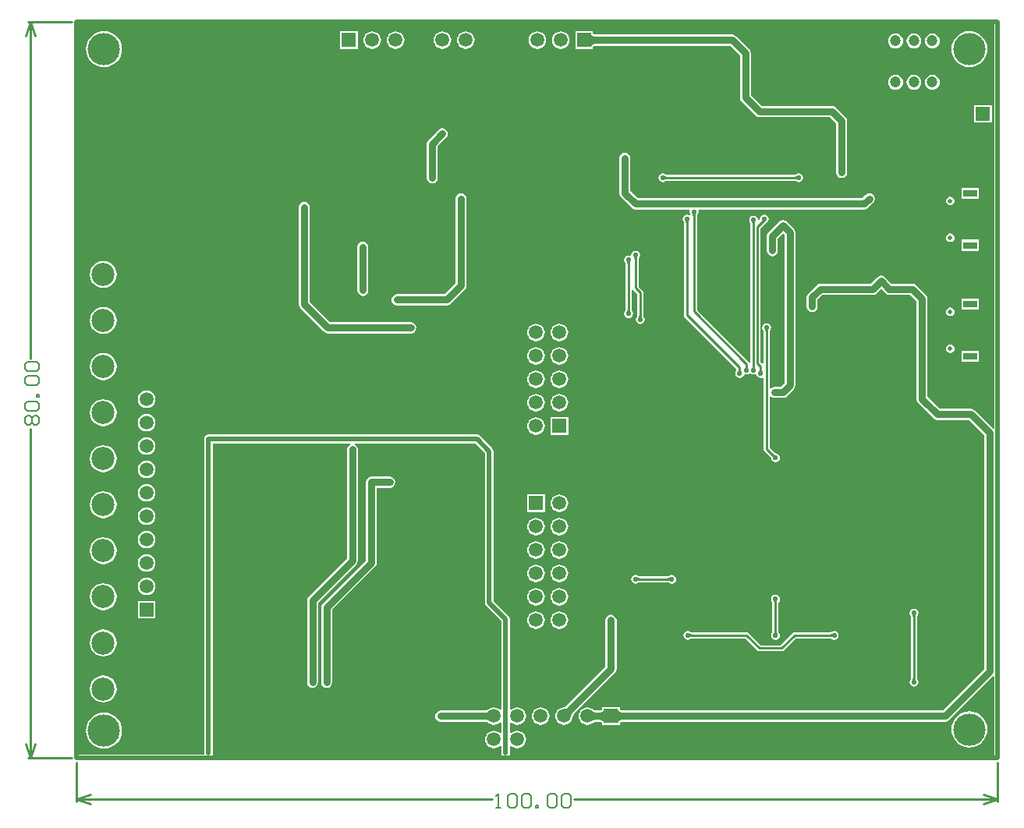
<source format=gbl>
G04*
G04 #@! TF.GenerationSoftware,Altium Limited,Altium Designer,18.1.9 (240)*
G04*
G04 Layer_Physical_Order=2*
G04 Layer_Color=16711680*
%FSLAX24Y24*%
%MOIN*%
G70*
G01*
G75*
%ADD13C,0.0100*%
%ADD17C,0.0200*%
%ADD18C,0.0060*%
%ADD20C,0.0050*%
%ADD40C,0.0591*%
%ADD80C,0.0300*%
%ADD82R,0.0591X0.0591*%
%ADD83R,0.0591X0.0591*%
%ADD84C,0.0472*%
%ADD85R,0.0591X0.0315*%
%ADD86C,0.0197*%
%ADD87C,0.0984*%
%ADD88C,0.1378*%
%ADD89C,0.0220*%
G36*
X39250Y14102D02*
X39200Y14082D01*
X38416Y14866D01*
X38340Y14917D01*
X38250Y14935D01*
X36897D01*
X36385Y15447D01*
Y19650D01*
X36367Y19740D01*
X36316Y19816D01*
X36316Y19816D01*
X35916Y20216D01*
X35840Y20267D01*
X35750Y20285D01*
X34847D01*
X34566Y20566D01*
X34490Y20617D01*
X34400Y20635D01*
X34310Y20617D01*
X34234Y20566D01*
X33953Y20285D01*
X31800D01*
X31710Y20267D01*
X31634Y20216D01*
X31284Y19866D01*
X31233Y19790D01*
X31215Y19700D01*
Y19303D01*
X31233Y19213D01*
X31284Y19137D01*
X31360Y19086D01*
X31450Y19069D01*
X31540Y19086D01*
X31616Y19137D01*
X31667Y19213D01*
X31685Y19303D01*
Y19603D01*
X31897Y19815D01*
X34050D01*
X34140Y19833D01*
X34216Y19884D01*
X34400Y20068D01*
X34584Y19884D01*
X34660Y19833D01*
X34750Y19815D01*
X35653D01*
X35915Y19553D01*
Y15350D01*
X35933Y15260D01*
X35984Y15184D01*
X36634Y14534D01*
X36710Y14483D01*
X36800Y14465D01*
X38153D01*
X38815Y13803D01*
Y3797D01*
X37053Y2035D01*
X23373D01*
X23346Y2037D01*
X23308Y2043D01*
X23277Y2051D01*
X23255Y2060D01*
X23240Y2068D01*
X23233Y2075D01*
X23229Y2080D01*
X23227Y2085D01*
X23225Y2102D01*
Y2175D01*
X23146D01*
X23144Y2176D01*
X23142Y2175D01*
X22558D01*
X22556Y2176D01*
X22554Y2175D01*
X22475D01*
Y2102D01*
X22473Y2085D01*
X22471Y2080D01*
X22467Y2075D01*
X22460Y2068D01*
X22445Y2060D01*
X22423Y2051D01*
X22392Y2043D01*
X22354Y2037D01*
X22327Y2035D01*
X22218D01*
X22203Y2036D01*
X22182Y2039D01*
X22164Y2043D01*
X22149Y2048D01*
X22138Y2052D01*
X22129Y2057D01*
X22123Y2061D01*
X22118Y2068D01*
X22039Y2128D01*
X21948Y2166D01*
X21850Y2179D01*
X21752Y2166D01*
X21661Y2128D01*
X21582Y2068D01*
X21522Y1989D01*
X21484Y1898D01*
X21471Y1800D01*
X21484Y1702D01*
X21522Y1611D01*
X21582Y1532D01*
X21661Y1472D01*
X21752Y1434D01*
X21850Y1421D01*
X21948Y1434D01*
X22039Y1472D01*
X22118Y1532D01*
X22123Y1539D01*
X22129Y1543D01*
X22138Y1548D01*
X22149Y1552D01*
X22164Y1557D01*
X22182Y1561D01*
X22202Y1564D01*
X22223Y1565D01*
X22327D01*
X22354Y1563D01*
X22392Y1557D01*
X22423Y1549D01*
X22445Y1540D01*
X22460Y1532D01*
X22467Y1525D01*
X22471Y1520D01*
X22473Y1515D01*
X22475Y1498D01*
Y1425D01*
X22554D01*
X22556Y1424D01*
X22558Y1425D01*
X23142D01*
X23144Y1424D01*
X23146Y1425D01*
X23225D01*
Y1498D01*
X23227Y1515D01*
X23229Y1520D01*
X23233Y1525D01*
X23240Y1532D01*
X23255Y1540D01*
X23277Y1549D01*
X23308Y1557D01*
X23346Y1563D01*
X23373Y1565D01*
X37150D01*
X37240Y1583D01*
X37316Y1634D01*
X39200Y3518D01*
X39250Y3498D01*
Y100D01*
X18555D01*
X18524Y150D01*
X18534Y200D01*
Y518D01*
X18565Y529D01*
X18584Y531D01*
X18661Y472D01*
X18752Y434D01*
X18850Y421D01*
X18948Y434D01*
X19039Y472D01*
X19118Y532D01*
X19178Y611D01*
X19216Y702D01*
X19229Y800D01*
X19216Y898D01*
X19178Y989D01*
X19118Y1068D01*
X19039Y1128D01*
X18948Y1166D01*
X18850Y1179D01*
X18752Y1166D01*
X18661Y1128D01*
X18584Y1069D01*
X18565Y1071D01*
X18534Y1082D01*
Y1518D01*
X18565Y1529D01*
X18584Y1531D01*
X18661Y1472D01*
X18752Y1434D01*
X18850Y1421D01*
X18948Y1434D01*
X19039Y1472D01*
X19118Y1532D01*
X19178Y1611D01*
X19216Y1702D01*
X19229Y1800D01*
X19216Y1898D01*
X19178Y1989D01*
X19118Y2068D01*
X19039Y2128D01*
X18948Y2166D01*
X18850Y2179D01*
X18752Y2166D01*
X18661Y2128D01*
X18584Y2069D01*
X18565Y2071D01*
X18534Y2082D01*
Y5950D01*
X18520Y6020D01*
X18480Y6080D01*
X17834Y6726D01*
Y13128D01*
X17820Y13199D01*
X17780Y13258D01*
X17258Y13780D01*
X17199Y13820D01*
X17128Y13834D01*
X5650D01*
X5580Y13820D01*
X5520Y13780D01*
X5480Y13720D01*
X5466Y13650D01*
X5466Y200D01*
X5469Y189D01*
X5437Y150D01*
X100D01*
X96Y146D01*
X50Y165D01*
Y31400D01*
X39250D01*
Y14102D01*
D02*
G37*
G36*
X17466Y13052D02*
Y6650D01*
X17480Y6580D01*
X17520Y6520D01*
X18166Y5874D01*
Y2082D01*
X18135Y2071D01*
X18116Y2069D01*
X18039Y2128D01*
X17948Y2166D01*
X17850Y2179D01*
X17752Y2166D01*
X17661Y2128D01*
X17582Y2068D01*
X17577Y2061D01*
X17571Y2057D01*
X17562Y2052D01*
X17551Y2048D01*
X17536Y2043D01*
X17518Y2039D01*
X17498Y2036D01*
X17477Y2035D01*
X15569D01*
X15479Y2017D01*
X15403Y1966D01*
X15352Y1890D01*
X15334Y1800D01*
X15352Y1710D01*
X15403Y1634D01*
X15479Y1583D01*
X15569Y1565D01*
X17482D01*
X17497Y1564D01*
X17518Y1561D01*
X17536Y1557D01*
X17551Y1552D01*
X17562Y1548D01*
X17571Y1543D01*
X17577Y1539D01*
X17582Y1532D01*
X17661Y1472D01*
X17752Y1434D01*
X17850Y1421D01*
X17948Y1434D01*
X18039Y1472D01*
X18116Y1531D01*
X18135Y1529D01*
X18166Y1518D01*
Y1082D01*
X18135Y1071D01*
X18116Y1069D01*
X18039Y1128D01*
X17948Y1166D01*
X17850Y1179D01*
X17752Y1166D01*
X17661Y1128D01*
X17582Y1068D01*
X17522Y989D01*
X17484Y898D01*
X17471Y800D01*
X17484Y702D01*
X17522Y611D01*
X17582Y532D01*
X17661Y472D01*
X17752Y434D01*
X17850Y421D01*
X17948Y434D01*
X18039Y472D01*
X18116Y531D01*
X18135Y529D01*
X18166Y518D01*
Y200D01*
X18176Y150D01*
X18145Y100D01*
X5855D01*
X5824Y150D01*
X5834Y200D01*
X5834Y13466D01*
X11708D01*
X11713Y13417D01*
X11637Y13366D01*
X11586Y13290D01*
X11569Y13200D01*
Y8550D01*
X9931Y6913D01*
X9880Y6837D01*
X9862Y6747D01*
Y3250D01*
X9880Y3160D01*
X9931Y3084D01*
X10007Y3033D01*
X10097Y3015D01*
X10187Y3033D01*
X10263Y3084D01*
X10314Y3160D01*
X10331Y3250D01*
Y6650D01*
X11969Y8287D01*
X12020Y8363D01*
X12038Y8453D01*
X12038Y8453D01*
Y13200D01*
X12020Y13290D01*
X11969Y13366D01*
X11893Y13417D01*
X11899Y13466D01*
X17052D01*
X17466Y13052D01*
D02*
G37*
G36*
X22556Y1506D02*
X22553Y1533D01*
X22544Y1558D01*
X22529Y1579D01*
X22508Y1598D01*
X22481Y1614D01*
X22448Y1627D01*
X22409Y1637D01*
X22364Y1644D01*
X22313Y1649D01*
X22266Y1650D01*
X22250Y1649D01*
X22192Y1645D01*
X22167Y1641D01*
X22144Y1636D01*
X22123Y1630D01*
X22104Y1622D01*
X22087Y1614D01*
X22073Y1604D01*
X22061Y1593D01*
Y2007D01*
X22073Y1996D01*
X22087Y1986D01*
X22104Y1978D01*
X22123Y1970D01*
X22144Y1964D01*
X22167Y1959D01*
X22192Y1955D01*
X22220Y1952D01*
X22271Y1950D01*
X22313Y1951D01*
X22364Y1956D01*
X22409Y1963D01*
X22448Y1973D01*
X22481Y1986D01*
X22508Y2002D01*
X22529Y2021D01*
X22544Y2042D01*
X22553Y2067D01*
X22556Y2094D01*
Y1506D01*
D02*
G37*
G36*
X17639Y1593D02*
X17627Y1604D01*
X17613Y1614D01*
X17596Y1622D01*
X17577Y1630D01*
X17556Y1636D01*
X17533Y1641D01*
X17508Y1645D01*
X17480Y1648D01*
X17419Y1650D01*
Y1950D01*
X17450Y1951D01*
X17508Y1955D01*
X17533Y1959D01*
X17556Y1964D01*
X17577Y1970D01*
X17596Y1978D01*
X17613Y1986D01*
X17627Y1996D01*
X17639Y2007D01*
Y1593D01*
D02*
G37*
G36*
X23147Y2067D02*
X23156Y2042D01*
X23171Y2021D01*
X23192Y2002D01*
X23219Y1986D01*
X23252Y1973D01*
X23291Y1963D01*
X23336Y1956D01*
X23387Y1951D01*
X23444Y1950D01*
Y1650D01*
X23387Y1649D01*
X23336Y1644D01*
X23291Y1637D01*
X23252Y1627D01*
X23219Y1614D01*
X23192Y1598D01*
X23171Y1579D01*
X23156Y1558D01*
X23147Y1533D01*
X23144Y1506D01*
Y2094D01*
X23147Y2067D01*
D02*
G37*
%LPC*%
G36*
X36587Y30991D02*
X36505Y30980D01*
X36428Y30948D01*
X36362Y30897D01*
X36311Y30831D01*
X36279Y30754D01*
X36268Y30672D01*
X36279Y30589D01*
X36311Y30512D01*
X36362Y30446D01*
X36428Y30395D01*
X36505Y30364D01*
X36587Y30353D01*
X36670Y30364D01*
X36747Y30395D01*
X36813Y30446D01*
X36864Y30512D01*
X36895Y30589D01*
X36906Y30672D01*
X36895Y30754D01*
X36864Y30831D01*
X36813Y30897D01*
X36747Y30948D01*
X36670Y30980D01*
X36587Y30991D01*
D02*
G37*
G36*
X35800D02*
X35717Y30980D01*
X35641Y30948D01*
X35574Y30897D01*
X35524Y30831D01*
X35492Y30754D01*
X35481Y30672D01*
X35492Y30589D01*
X35524Y30512D01*
X35574Y30446D01*
X35641Y30395D01*
X35717Y30364D01*
X35800Y30353D01*
X35883Y30364D01*
X35959Y30395D01*
X36026Y30446D01*
X36076Y30512D01*
X36108Y30589D01*
X36119Y30672D01*
X36108Y30754D01*
X36076Y30831D01*
X36026Y30897D01*
X35959Y30948D01*
X35883Y30980D01*
X35800Y30991D01*
D02*
G37*
G36*
X35013D02*
X34930Y30980D01*
X34853Y30948D01*
X34787Y30897D01*
X34736Y30831D01*
X34705Y30754D01*
X34694Y30672D01*
X34705Y30589D01*
X34736Y30512D01*
X34787Y30446D01*
X34853Y30395D01*
X34930Y30364D01*
X35013Y30353D01*
X35095Y30364D01*
X35172Y30395D01*
X35238Y30446D01*
X35289Y30512D01*
X35321Y30589D01*
X35332Y30672D01*
X35321Y30754D01*
X35289Y30831D01*
X35238Y30897D01*
X35172Y30948D01*
X35095Y30980D01*
X35013Y30991D01*
D02*
G37*
G36*
X12025Y31075D02*
X11275D01*
Y30325D01*
X12025D01*
Y31075D01*
D02*
G37*
G36*
X20700Y31079D02*
X20602Y31066D01*
X20511Y31028D01*
X20432Y30968D01*
X20372Y30889D01*
X20334Y30798D01*
X20321Y30700D01*
X20334Y30602D01*
X20372Y30511D01*
X20432Y30432D01*
X20511Y30372D01*
X20602Y30334D01*
X20700Y30321D01*
X20798Y30334D01*
X20889Y30372D01*
X20968Y30432D01*
X21028Y30511D01*
X21066Y30602D01*
X21079Y30700D01*
X21066Y30798D01*
X21028Y30889D01*
X20968Y30968D01*
X20889Y31028D01*
X20798Y31066D01*
X20700Y31079D01*
D02*
G37*
G36*
X19700D02*
X19602Y31066D01*
X19511Y31028D01*
X19432Y30968D01*
X19372Y30889D01*
X19334Y30798D01*
X19321Y30700D01*
X19334Y30602D01*
X19372Y30511D01*
X19432Y30432D01*
X19511Y30372D01*
X19602Y30334D01*
X19700Y30321D01*
X19798Y30334D01*
X19889Y30372D01*
X19968Y30432D01*
X20028Y30511D01*
X20066Y30602D01*
X20079Y30700D01*
X20066Y30798D01*
X20028Y30889D01*
X19968Y30968D01*
X19889Y31028D01*
X19798Y31066D01*
X19700Y31079D01*
D02*
G37*
G36*
X16650D02*
X16552Y31066D01*
X16461Y31028D01*
X16382Y30968D01*
X16322Y30889D01*
X16284Y30798D01*
X16271Y30700D01*
X16284Y30602D01*
X16322Y30511D01*
X16382Y30432D01*
X16461Y30372D01*
X16552Y30334D01*
X16650Y30321D01*
X16748Y30334D01*
X16839Y30372D01*
X16918Y30432D01*
X16978Y30511D01*
X17016Y30602D01*
X17029Y30700D01*
X17016Y30798D01*
X16978Y30889D01*
X16918Y30968D01*
X16839Y31028D01*
X16748Y31066D01*
X16650Y31079D01*
D02*
G37*
G36*
X15650D02*
X15552Y31066D01*
X15461Y31028D01*
X15382Y30968D01*
X15322Y30889D01*
X15284Y30798D01*
X15271Y30700D01*
X15284Y30602D01*
X15322Y30511D01*
X15382Y30432D01*
X15461Y30372D01*
X15552Y30334D01*
X15650Y30321D01*
X15748Y30334D01*
X15839Y30372D01*
X15918Y30432D01*
X15978Y30511D01*
X16016Y30602D01*
X16029Y30700D01*
X16016Y30798D01*
X15978Y30889D01*
X15918Y30968D01*
X15839Y31028D01*
X15748Y31066D01*
X15650Y31079D01*
D02*
G37*
G36*
X13650D02*
X13552Y31066D01*
X13461Y31028D01*
X13382Y30968D01*
X13322Y30889D01*
X13284Y30798D01*
X13271Y30700D01*
X13284Y30602D01*
X13322Y30511D01*
X13382Y30432D01*
X13461Y30372D01*
X13552Y30334D01*
X13650Y30321D01*
X13748Y30334D01*
X13839Y30372D01*
X13918Y30432D01*
X13978Y30511D01*
X14016Y30602D01*
X14029Y30700D01*
X14016Y30798D01*
X13978Y30889D01*
X13918Y30968D01*
X13839Y31028D01*
X13748Y31066D01*
X13650Y31079D01*
D02*
G37*
G36*
X12650D02*
X12552Y31066D01*
X12461Y31028D01*
X12382Y30968D01*
X12322Y30889D01*
X12284Y30798D01*
X12271Y30700D01*
X12284Y30602D01*
X12322Y30511D01*
X12382Y30432D01*
X12461Y30372D01*
X12552Y30334D01*
X12650Y30321D01*
X12748Y30334D01*
X12839Y30372D01*
X12918Y30432D01*
X12978Y30511D01*
X13016Y30602D01*
X13029Y30700D01*
X13016Y30798D01*
X12978Y30889D01*
X12918Y30968D01*
X12839Y31028D01*
X12748Y31066D01*
X12650Y31079D01*
D02*
G37*
G36*
X38169Y31092D02*
X38018Y31077D01*
X37873Y31033D01*
X37740Y30961D01*
X37623Y30865D01*
X37526Y30748D01*
X37455Y30615D01*
X37411Y30470D01*
X37396Y30319D01*
X37411Y30168D01*
X37455Y30023D01*
X37526Y29890D01*
X37623Y29773D01*
X37740Y29676D01*
X37873Y29605D01*
X38018Y29561D01*
X38169Y29546D01*
X38320Y29561D01*
X38465Y29605D01*
X38598Y29676D01*
X38715Y29773D01*
X38811Y29890D01*
X38883Y30023D01*
X38927Y30168D01*
X38942Y30319D01*
X38927Y30470D01*
X38883Y30615D01*
X38811Y30748D01*
X38715Y30865D01*
X38598Y30961D01*
X38465Y31033D01*
X38320Y31077D01*
X38169Y31092D01*
D02*
G37*
G36*
X1181D02*
X1030Y31077D01*
X885Y31033D01*
X752Y30961D01*
X635Y30865D01*
X539Y30748D01*
X467Y30615D01*
X423Y30470D01*
X408Y30319D01*
X423Y30168D01*
X467Y30023D01*
X539Y29890D01*
X635Y29773D01*
X752Y29676D01*
X885Y29605D01*
X1030Y29561D01*
X1181Y29546D01*
X1332Y29561D01*
X1477Y29605D01*
X1610Y29676D01*
X1727Y29773D01*
X1824Y29890D01*
X1895Y30023D01*
X1939Y30168D01*
X1954Y30319D01*
X1939Y30470D01*
X1895Y30615D01*
X1824Y30748D01*
X1727Y30865D01*
X1610Y30961D01*
X1477Y31033D01*
X1332Y31077D01*
X1181Y31092D01*
D02*
G37*
G36*
X36587Y29219D02*
X36505Y29208D01*
X36428Y29176D01*
X36362Y29126D01*
X36311Y29059D01*
X36279Y28983D01*
X36268Y28900D01*
X36279Y28817D01*
X36311Y28741D01*
X36362Y28674D01*
X36428Y28624D01*
X36505Y28592D01*
X36587Y28581D01*
X36670Y28592D01*
X36747Y28624D01*
X36813Y28674D01*
X36864Y28741D01*
X36895Y28817D01*
X36906Y28900D01*
X36895Y28983D01*
X36864Y29059D01*
X36813Y29126D01*
X36747Y29176D01*
X36670Y29208D01*
X36587Y29219D01*
D02*
G37*
G36*
X35800D02*
X35717Y29208D01*
X35641Y29176D01*
X35574Y29126D01*
X35524Y29059D01*
X35492Y28983D01*
X35481Y28900D01*
X35492Y28817D01*
X35524Y28741D01*
X35574Y28674D01*
X35641Y28624D01*
X35717Y28592D01*
X35800Y28581D01*
X35883Y28592D01*
X35959Y28624D01*
X36026Y28674D01*
X36076Y28741D01*
X36108Y28817D01*
X36119Y28900D01*
X36108Y28983D01*
X36076Y29059D01*
X36026Y29126D01*
X35959Y29176D01*
X35883Y29208D01*
X35800Y29219D01*
D02*
G37*
G36*
X35013D02*
X34930Y29208D01*
X34853Y29176D01*
X34787Y29126D01*
X34736Y29059D01*
X34705Y28983D01*
X34694Y28900D01*
X34705Y28817D01*
X34736Y28741D01*
X34787Y28674D01*
X34853Y28624D01*
X34930Y28592D01*
X35013Y28581D01*
X35095Y28592D01*
X35172Y28624D01*
X35238Y28674D01*
X35289Y28741D01*
X35321Y28817D01*
X35332Y28900D01*
X35321Y28983D01*
X35289Y29059D01*
X35238Y29126D01*
X35172Y29176D01*
X35095Y29208D01*
X35013Y29219D01*
D02*
G37*
G36*
X39125Y27925D02*
X38375D01*
Y27175D01*
X39125D01*
Y27925D01*
D02*
G37*
G36*
X30867Y25011D02*
X30793Y24996D01*
X30730Y24954D01*
X30727Y24950D01*
X30725Y24949D01*
X30722Y24949D01*
X30716Y24948D01*
X25223D01*
X25220Y24948D01*
X25216Y24949D01*
X25214Y24950D01*
X25212Y24952D01*
X25149Y24994D01*
X25075Y25009D01*
X25001Y24994D01*
X24938Y24952D01*
X24896Y24889D01*
X24881Y24815D01*
X24896Y24741D01*
X24938Y24678D01*
X25001Y24636D01*
X25075Y24622D01*
X25149Y24636D01*
X25212Y24678D01*
X25214Y24681D01*
X25216Y24682D01*
X25219Y24682D01*
X25225Y24683D01*
X30721D01*
X30724Y24682D01*
X30728Y24682D01*
X30730Y24681D01*
X30730Y24680D01*
X30793Y24638D01*
X30867Y24624D01*
X30941Y24638D01*
X31004Y24680D01*
X31046Y24743D01*
X31061Y24817D01*
X31046Y24891D01*
X31004Y24954D01*
X30941Y24996D01*
X30867Y25011D01*
D02*
G37*
G36*
X21994Y31076D02*
X21992Y31075D01*
X21325D01*
Y30325D01*
X21992D01*
X21994Y30324D01*
X21996Y30325D01*
X22075D01*
Y30398D01*
X22077Y30415D01*
X22079Y30420D01*
X22083Y30425D01*
X22090Y30432D01*
X22105Y30440D01*
X22127Y30449D01*
X22158Y30457D01*
X22196Y30463D01*
X22223Y30465D01*
X27953D01*
X28365Y30053D01*
Y28250D01*
X28383Y28160D01*
X28434Y28084D01*
X29034Y27484D01*
X29110Y27433D01*
X29200Y27415D01*
X32203D01*
X32474Y27145D01*
Y25044D01*
X32492Y24954D01*
X32542Y24878D01*
X32619Y24827D01*
X32708Y24810D01*
X32798Y24827D01*
X32874Y24878D01*
X32925Y24954D01*
X32943Y25044D01*
Y27242D01*
X32925Y27331D01*
X32874Y27408D01*
X32466Y27816D01*
X32390Y27867D01*
X32300Y27885D01*
X29297D01*
X28835Y28347D01*
Y30150D01*
X28817Y30240D01*
X28766Y30316D01*
X28766Y30316D01*
X28216Y30866D01*
X28140Y30917D01*
X28050Y30935D01*
X22223D01*
X22196Y30937D01*
X22158Y30943D01*
X22127Y30951D01*
X22105Y30960D01*
X22090Y30968D01*
X22083Y30975D01*
X22079Y30980D01*
X22077Y30985D01*
X22075Y31002D01*
Y31075D01*
X21996D01*
X21994Y31076D01*
D02*
G37*
G36*
X15650Y26935D02*
X15560Y26917D01*
X15484Y26866D01*
X15046Y26428D01*
X14996Y26352D01*
X14978Y26262D01*
Y24815D01*
X14996Y24726D01*
X15046Y24650D01*
X15122Y24599D01*
X15212Y24581D01*
X15302Y24599D01*
X15378Y24650D01*
X15429Y24726D01*
X15447Y24815D01*
Y26165D01*
X15816Y26534D01*
X15867Y26610D01*
X15885Y26700D01*
X15867Y26790D01*
X15816Y26866D01*
X15740Y26917D01*
X15650Y26935D01*
D02*
G37*
G36*
X38575Y24392D02*
X37825D01*
Y23917D01*
X38575D01*
Y24392D01*
D02*
G37*
G36*
X37354Y24012D02*
X37284Y23998D01*
X37225Y23958D01*
X37185Y23899D01*
X37172Y23830D01*
X37185Y23760D01*
X37225Y23701D01*
X37284Y23662D01*
X37354Y23648D01*
X37423Y23662D01*
X37482Y23701D01*
X37522Y23760D01*
X37535Y23830D01*
X37522Y23899D01*
X37482Y23958D01*
X37423Y23998D01*
X37354Y24012D01*
D02*
G37*
G36*
X23450Y25885D02*
X23360Y25867D01*
X23284Y25816D01*
X23233Y25740D01*
X23215Y25650D01*
Y24150D01*
X23233Y24060D01*
X23284Y23984D01*
X23734Y23534D01*
X23810Y23483D01*
X23900Y23465D01*
X26193D01*
X26219Y23415D01*
X26206Y23350D01*
X26221Y23276D01*
X26243Y23243D01*
X26207Y23207D01*
X26174Y23229D01*
X26100Y23244D01*
X26026Y23229D01*
X25963Y23187D01*
X25921Y23124D01*
X25906Y23050D01*
X25921Y22976D01*
X25963Y22913D01*
X25966Y22911D01*
X25966Y22909D01*
X25967Y22906D01*
X25967Y22900D01*
Y18950D01*
X25978Y18899D01*
X26006Y18856D01*
X28217Y16645D01*
Y16598D01*
X28217Y16595D01*
X28216Y16591D01*
X28216Y16589D01*
X28213Y16587D01*
X28171Y16524D01*
X28156Y16450D01*
X28171Y16376D01*
X28213Y16313D01*
X28276Y16271D01*
X28350Y16256D01*
X28424Y16271D01*
X28487Y16313D01*
X28529Y16376D01*
X28533Y16397D01*
X28588Y16417D01*
X28650Y16405D01*
X28724Y16420D01*
X28787Y16462D01*
X28813D01*
X28876Y16420D01*
X28950Y16405D01*
X29012Y16417D01*
X29067Y16397D01*
X29071Y16376D01*
X29113Y16313D01*
X29176Y16271D01*
X29250Y16256D01*
X29317Y16270D01*
X29345Y16260D01*
X29367Y16248D01*
Y13233D01*
X29378Y13182D01*
X29406Y13139D01*
X29685Y12861D01*
X29687Y12858D01*
X29689Y12855D01*
X29690Y12853D01*
X29689Y12850D01*
X29704Y12776D01*
X29746Y12713D01*
X29809Y12671D01*
X29883Y12656D01*
X29957Y12671D01*
X30020Y12713D01*
X30062Y12776D01*
X30077Y12850D01*
X30062Y12924D01*
X30020Y12987D01*
X29957Y13029D01*
X29883Y13044D01*
X29880Y13043D01*
X29878Y13044D01*
X29876Y13046D01*
X29871Y13050D01*
X29633Y13288D01*
Y15465D01*
X29683Y15480D01*
X29684Y15478D01*
X29760Y15427D01*
X29850Y15409D01*
X30200D01*
X30290Y15427D01*
X30366Y15478D01*
X30666Y15778D01*
X30717Y15854D01*
X30735Y15944D01*
Y22471D01*
X30717Y22561D01*
X30666Y22637D01*
X30366Y22937D01*
X30290Y22988D01*
X30200Y23005D01*
X30110Y22988D01*
X30034Y22937D01*
X29584Y22487D01*
X29533Y22411D01*
X29515Y22321D01*
Y21700D01*
X29533Y21610D01*
X29584Y21534D01*
X29660Y21483D01*
X29750Y21465D01*
X29840Y21483D01*
X29916Y21534D01*
X29967Y21610D01*
X29985Y21700D01*
Y22224D01*
X30200Y22439D01*
X30265Y22374D01*
Y16041D01*
X30103Y15878D01*
X29850D01*
X29760Y15860D01*
X29684Y15810D01*
X29683Y15807D01*
X29633Y15822D01*
Y18252D01*
X29633Y18255D01*
X29634Y18259D01*
X29634Y18261D01*
X29637Y18263D01*
X29679Y18326D01*
X29694Y18400D01*
X29679Y18474D01*
X29637Y18537D01*
X29574Y18579D01*
X29500Y18594D01*
X29426Y18579D01*
X29363Y18537D01*
X29321Y18474D01*
X29306Y18400D01*
X29321Y18326D01*
X29363Y18263D01*
X29366Y18261D01*
X29366Y18259D01*
X29367Y18256D01*
X29367Y18250D01*
Y16883D01*
X29317Y16863D01*
X29243Y16937D01*
Y22655D01*
X29442Y22854D01*
X29443Y22855D01*
X29447Y22858D01*
X29456Y22866D01*
X29459Y22867D01*
X29460Y22868D01*
X29461Y22868D01*
X29461Y22868D01*
X29474Y22871D01*
X29537Y22913D01*
X29579Y22976D01*
X29594Y23050D01*
X29579Y23124D01*
X29537Y23187D01*
X29474Y23229D01*
X29400Y23244D01*
X29326Y23229D01*
X29263Y23187D01*
X29221Y23124D01*
X29206Y23050D01*
X29212Y23023D01*
X29191Y23005D01*
X29139Y23025D01*
X29129Y23074D01*
X29087Y23137D01*
X29024Y23179D01*
X28950Y23194D01*
X28876Y23179D01*
X28813Y23137D01*
X28771Y23074D01*
X28756Y23000D01*
X28771Y22926D01*
X28813Y22863D01*
X28816Y22861D01*
X28816Y22859D01*
X28817Y22856D01*
X28817Y22850D01*
Y16917D01*
X28799Y16910D01*
X28767Y16908D01*
X28744Y16944D01*
X26533Y19155D01*
Y23202D01*
X26533Y23205D01*
X26534Y23209D01*
X26534Y23211D01*
X26537Y23213D01*
X26579Y23276D01*
X26594Y23350D01*
X26581Y23415D01*
X26607Y23465D01*
X33681D01*
X33770Y23483D01*
X33847Y23534D01*
X34066Y23753D01*
X34117Y23830D01*
X34135Y23919D01*
X34117Y24009D01*
X34066Y24085D01*
X33990Y24136D01*
X33900Y24154D01*
X33810Y24136D01*
X33734Y24085D01*
X33584Y23935D01*
X23997D01*
X23685Y24247D01*
Y25650D01*
X23667Y25740D01*
X23616Y25816D01*
X23540Y25867D01*
X23450Y25885D01*
D02*
G37*
G36*
X37354Y22437D02*
X37284Y22423D01*
X37225Y22383D01*
X37185Y22324D01*
X37172Y22255D01*
X37185Y22185D01*
X37225Y22126D01*
X37284Y22087D01*
X37354Y22073D01*
X37423Y22087D01*
X37482Y22126D01*
X37522Y22185D01*
X37535Y22255D01*
X37522Y22324D01*
X37482Y22383D01*
X37423Y22423D01*
X37354Y22437D01*
D02*
G37*
G36*
X38575Y22167D02*
X37825D01*
Y21693D01*
X38575D01*
Y22167D01*
D02*
G37*
G36*
X23900Y21694D02*
X23826Y21679D01*
X23763Y21637D01*
X23721Y21574D01*
X23709Y21516D01*
X23688Y21493D01*
X23659Y21482D01*
X23600Y21494D01*
X23526Y21479D01*
X23463Y21437D01*
X23421Y21374D01*
X23406Y21300D01*
X23421Y21226D01*
X23463Y21163D01*
X23466Y21161D01*
X23466Y21159D01*
X23467Y21156D01*
X23467Y21150D01*
Y19148D01*
X23467Y19145D01*
X23466Y19141D01*
X23466Y19139D01*
X23463Y19137D01*
X23421Y19074D01*
X23406Y19000D01*
X23421Y18926D01*
X23463Y18863D01*
X23526Y18821D01*
X23600Y18806D01*
X23674Y18821D01*
X23737Y18863D01*
X23779Y18926D01*
X23794Y19000D01*
X23779Y19074D01*
X23737Y19137D01*
X23734Y19139D01*
X23734Y19141D01*
X23733Y19144D01*
X23733Y19150D01*
Y20033D01*
X23751Y20040D01*
X23783Y20042D01*
X23806Y20006D01*
X23967Y19845D01*
Y18898D01*
X23967Y18895D01*
X23966Y18891D01*
X23966Y18889D01*
X23963Y18887D01*
X23921Y18824D01*
X23906Y18750D01*
X23921Y18676D01*
X23963Y18613D01*
X24026Y18571D01*
X24100Y18556D01*
X24174Y18571D01*
X24237Y18613D01*
X24279Y18676D01*
X24294Y18750D01*
X24279Y18824D01*
X24237Y18887D01*
X24234Y18889D01*
X24234Y18891D01*
X24233Y18894D01*
X24233Y18900D01*
Y19900D01*
X24222Y19951D01*
X24194Y19994D01*
X24033Y20155D01*
Y21352D01*
X24033Y21355D01*
X24034Y21359D01*
X24034Y21361D01*
X24037Y21363D01*
X24079Y21426D01*
X24094Y21500D01*
X24079Y21574D01*
X24037Y21637D01*
X23974Y21679D01*
X23900Y21694D01*
D02*
G37*
G36*
X1150Y21257D02*
X1001Y21237D01*
X861Y21179D01*
X742Y21088D01*
X650Y20968D01*
X593Y20829D01*
X573Y20680D01*
X593Y20530D01*
X650Y20391D01*
X742Y20271D01*
X861Y20180D01*
X1001Y20122D01*
X1150Y20102D01*
X1299Y20122D01*
X1439Y20180D01*
X1558Y20271D01*
X1650Y20391D01*
X1707Y20530D01*
X1727Y20680D01*
X1707Y20829D01*
X1650Y20968D01*
X1558Y21088D01*
X1439Y21179D01*
X1299Y21237D01*
X1150Y21257D01*
D02*
G37*
G36*
X12250Y22085D02*
X12160Y22067D01*
X12084Y22016D01*
X12033Y21940D01*
X12015Y21850D01*
Y20000D01*
X12033Y19910D01*
X12084Y19834D01*
X12160Y19783D01*
X12250Y19765D01*
X12340Y19783D01*
X12416Y19834D01*
X12467Y19910D01*
X12485Y20000D01*
Y21850D01*
X12467Y21940D01*
X12416Y22016D01*
X12340Y22067D01*
X12250Y22085D01*
D02*
G37*
G36*
X16450Y24154D02*
X16360Y24136D01*
X16284Y24085D01*
X16233Y24009D01*
X16215Y23919D01*
Y20297D01*
X15753Y19835D01*
X13700D01*
X13610Y19817D01*
X13534Y19766D01*
X13483Y19690D01*
X13465Y19600D01*
X13483Y19510D01*
X13534Y19434D01*
X13610Y19383D01*
X13700Y19365D01*
X15850D01*
X15940Y19383D01*
X16016Y19434D01*
X16616Y20034D01*
X16616Y20034D01*
X16667Y20110D01*
X16685Y20200D01*
X16685Y20200D01*
Y23919D01*
X16667Y24009D01*
X16616Y24085D01*
X16540Y24136D01*
X16450Y24154D01*
D02*
G37*
G36*
X38575Y19650D02*
X37825D01*
Y19175D01*
X38575D01*
Y19650D01*
D02*
G37*
G36*
X37354Y19269D02*
X37284Y19255D01*
X37225Y19216D01*
X37185Y19157D01*
X37172Y19087D01*
X37185Y19018D01*
X37225Y18959D01*
X37284Y18919D01*
X37354Y18905D01*
X37423Y18919D01*
X37482Y18959D01*
X37522Y19018D01*
X37535Y19087D01*
X37522Y19157D01*
X37482Y19216D01*
X37423Y19255D01*
X37354Y19269D01*
D02*
G37*
G36*
X9750Y23785D02*
X9660Y23767D01*
X9584Y23716D01*
X9533Y23640D01*
X9515Y23550D01*
Y19400D01*
X9533Y19310D01*
X9584Y19234D01*
X10584Y18234D01*
X10584Y18234D01*
X10660Y18183D01*
X10750Y18165D01*
X10750Y18165D01*
X14300D01*
X14390Y18183D01*
X14466Y18234D01*
X14517Y18310D01*
X14535Y18400D01*
X14517Y18490D01*
X14466Y18566D01*
X14390Y18617D01*
X14300Y18635D01*
X10847D01*
X9985Y19497D01*
Y23550D01*
X9967Y23640D01*
X9916Y23716D01*
X9840Y23767D01*
X9750Y23785D01*
D02*
G37*
G36*
X1150Y19288D02*
X1001Y19268D01*
X861Y19211D01*
X742Y19119D01*
X650Y19000D01*
X593Y18860D01*
X573Y18711D01*
X593Y18562D01*
X650Y18422D01*
X742Y18303D01*
X861Y18211D01*
X1001Y18154D01*
X1150Y18134D01*
X1299Y18154D01*
X1439Y18211D01*
X1558Y18303D01*
X1650Y18422D01*
X1707Y18562D01*
X1727Y18711D01*
X1707Y18860D01*
X1650Y19000D01*
X1558Y19119D01*
X1439Y19211D01*
X1299Y19268D01*
X1150Y19288D01*
D02*
G37*
G36*
X20650Y18579D02*
X20552Y18566D01*
X20461Y18528D01*
X20382Y18468D01*
X20322Y18389D01*
X20284Y18298D01*
X20271Y18200D01*
X20284Y18102D01*
X20322Y18011D01*
X20382Y17932D01*
X20461Y17872D01*
X20552Y17834D01*
X20650Y17821D01*
X20748Y17834D01*
X20839Y17872D01*
X20918Y17932D01*
X20978Y18011D01*
X21016Y18102D01*
X21029Y18200D01*
X21016Y18298D01*
X20978Y18389D01*
X20918Y18468D01*
X20839Y18528D01*
X20748Y18566D01*
X20650Y18579D01*
D02*
G37*
G36*
X19650D02*
X19552Y18566D01*
X19461Y18528D01*
X19382Y18468D01*
X19322Y18389D01*
X19284Y18298D01*
X19271Y18200D01*
X19284Y18102D01*
X19322Y18011D01*
X19382Y17932D01*
X19461Y17872D01*
X19552Y17834D01*
X19650Y17821D01*
X19748Y17834D01*
X19839Y17872D01*
X19918Y17932D01*
X19978Y18011D01*
X20016Y18102D01*
X20029Y18200D01*
X20016Y18298D01*
X19978Y18389D01*
X19918Y18468D01*
X19839Y18528D01*
X19748Y18566D01*
X19650Y18579D01*
D02*
G37*
G36*
X37354Y17695D02*
X37284Y17681D01*
X37225Y17641D01*
X37185Y17582D01*
X37172Y17513D01*
X37185Y17443D01*
X37225Y17384D01*
X37284Y17345D01*
X37354Y17331D01*
X37423Y17345D01*
X37482Y17384D01*
X37522Y17443D01*
X37535Y17513D01*
X37522Y17582D01*
X37482Y17641D01*
X37423Y17681D01*
X37354Y17695D01*
D02*
G37*
G36*
X38575Y17425D02*
X37825D01*
Y16950D01*
X38575D01*
Y17425D01*
D02*
G37*
G36*
X20650Y17579D02*
X20552Y17566D01*
X20461Y17528D01*
X20382Y17468D01*
X20322Y17389D01*
X20284Y17298D01*
X20271Y17200D01*
X20284Y17102D01*
X20322Y17011D01*
X20382Y16932D01*
X20461Y16872D01*
X20552Y16834D01*
X20650Y16821D01*
X20748Y16834D01*
X20839Y16872D01*
X20918Y16932D01*
X20978Y17011D01*
X21016Y17102D01*
X21029Y17200D01*
X21016Y17298D01*
X20978Y17389D01*
X20918Y17468D01*
X20839Y17528D01*
X20748Y17566D01*
X20650Y17579D01*
D02*
G37*
G36*
X19650D02*
X19552Y17566D01*
X19461Y17528D01*
X19382Y17468D01*
X19322Y17389D01*
X19284Y17298D01*
X19271Y17200D01*
X19284Y17102D01*
X19322Y17011D01*
X19382Y16932D01*
X19461Y16872D01*
X19552Y16834D01*
X19650Y16821D01*
X19748Y16834D01*
X19839Y16872D01*
X19918Y16932D01*
X19978Y17011D01*
X20016Y17102D01*
X20029Y17200D01*
X20016Y17298D01*
X19978Y17389D01*
X19918Y17468D01*
X19839Y17528D01*
X19748Y17566D01*
X19650Y17579D01*
D02*
G37*
G36*
X1150Y17320D02*
X1001Y17300D01*
X861Y17242D01*
X742Y17151D01*
X650Y17031D01*
X593Y16892D01*
X573Y16743D01*
X593Y16593D01*
X650Y16454D01*
X742Y16334D01*
X861Y16243D01*
X1001Y16185D01*
X1150Y16165D01*
X1299Y16185D01*
X1439Y16243D01*
X1558Y16334D01*
X1650Y16454D01*
X1707Y16593D01*
X1727Y16743D01*
X1707Y16892D01*
X1650Y17031D01*
X1558Y17151D01*
X1439Y17242D01*
X1299Y17300D01*
X1150Y17320D01*
D02*
G37*
G36*
X20650Y16579D02*
X20552Y16566D01*
X20461Y16528D01*
X20382Y16468D01*
X20322Y16389D01*
X20284Y16298D01*
X20271Y16200D01*
X20284Y16102D01*
X20322Y16011D01*
X20382Y15932D01*
X20461Y15872D01*
X20552Y15834D01*
X20650Y15821D01*
X20748Y15834D01*
X20839Y15872D01*
X20918Y15932D01*
X20978Y16011D01*
X21016Y16102D01*
X21029Y16200D01*
X21016Y16298D01*
X20978Y16389D01*
X20918Y16468D01*
X20839Y16528D01*
X20748Y16566D01*
X20650Y16579D01*
D02*
G37*
G36*
X19650D02*
X19552Y16566D01*
X19461Y16528D01*
X19382Y16468D01*
X19322Y16389D01*
X19284Y16298D01*
X19271Y16200D01*
X19284Y16102D01*
X19322Y16011D01*
X19382Y15932D01*
X19461Y15872D01*
X19552Y15834D01*
X19650Y15821D01*
X19748Y15834D01*
X19839Y15872D01*
X19918Y15932D01*
X19978Y16011D01*
X20016Y16102D01*
X20029Y16200D01*
X20016Y16298D01*
X19978Y16389D01*
X19918Y16468D01*
X19839Y16528D01*
X19748Y16566D01*
X19650Y16579D01*
D02*
G37*
G36*
X3000Y15729D02*
X2902Y15716D01*
X2811Y15678D01*
X2732Y15618D01*
X2672Y15539D01*
X2634Y15448D01*
X2621Y15350D01*
X2634Y15252D01*
X2672Y15161D01*
X2732Y15082D01*
X2811Y15022D01*
X2902Y14984D01*
X3000Y14971D01*
X3098Y14984D01*
X3189Y15022D01*
X3268Y15082D01*
X3328Y15161D01*
X3366Y15252D01*
X3379Y15350D01*
X3366Y15448D01*
X3328Y15539D01*
X3268Y15618D01*
X3189Y15678D01*
X3098Y15716D01*
X3000Y15729D01*
D02*
G37*
G36*
X20650Y15579D02*
X20552Y15566D01*
X20461Y15528D01*
X20382Y15468D01*
X20322Y15389D01*
X20284Y15298D01*
X20271Y15200D01*
X20284Y15102D01*
X20322Y15011D01*
X20382Y14932D01*
X20461Y14872D01*
X20552Y14834D01*
X20650Y14821D01*
X20748Y14834D01*
X20839Y14872D01*
X20918Y14932D01*
X20978Y15011D01*
X21016Y15102D01*
X21029Y15200D01*
X21016Y15298D01*
X20978Y15389D01*
X20918Y15468D01*
X20839Y15528D01*
X20748Y15566D01*
X20650Y15579D01*
D02*
G37*
G36*
X19650D02*
X19552Y15566D01*
X19461Y15528D01*
X19382Y15468D01*
X19322Y15389D01*
X19284Y15298D01*
X19271Y15200D01*
X19284Y15102D01*
X19322Y15011D01*
X19382Y14932D01*
X19461Y14872D01*
X19552Y14834D01*
X19650Y14821D01*
X19748Y14834D01*
X19839Y14872D01*
X19918Y14932D01*
X19978Y15011D01*
X20016Y15102D01*
X20029Y15200D01*
X20016Y15298D01*
X19978Y15389D01*
X19918Y15468D01*
X19839Y15528D01*
X19748Y15566D01*
X19650Y15579D01*
D02*
G37*
G36*
X1150Y15351D02*
X1001Y15331D01*
X861Y15274D01*
X742Y15182D01*
X650Y15063D01*
X593Y14923D01*
X573Y14774D01*
X593Y14625D01*
X650Y14485D01*
X742Y14366D01*
X861Y14274D01*
X1001Y14217D01*
X1150Y14197D01*
X1299Y14217D01*
X1439Y14274D01*
X1558Y14366D01*
X1650Y14485D01*
X1707Y14625D01*
X1727Y14774D01*
X1707Y14923D01*
X1650Y15063D01*
X1558Y15182D01*
X1439Y15274D01*
X1299Y15331D01*
X1150Y15351D01*
D02*
G37*
G36*
X3000Y14729D02*
X2902Y14716D01*
X2811Y14678D01*
X2732Y14618D01*
X2672Y14539D01*
X2634Y14448D01*
X2621Y14350D01*
X2634Y14252D01*
X2672Y14161D01*
X2732Y14082D01*
X2811Y14022D01*
X2902Y13984D01*
X3000Y13971D01*
X3098Y13984D01*
X3189Y14022D01*
X3268Y14082D01*
X3328Y14161D01*
X3366Y14252D01*
X3379Y14350D01*
X3366Y14448D01*
X3328Y14539D01*
X3268Y14618D01*
X3189Y14678D01*
X3098Y14716D01*
X3000Y14729D01*
D02*
G37*
G36*
X21025Y14575D02*
X20275D01*
Y13825D01*
X21025D01*
Y14575D01*
D02*
G37*
G36*
X19650Y14579D02*
X19552Y14566D01*
X19461Y14528D01*
X19382Y14468D01*
X19322Y14389D01*
X19284Y14298D01*
X19271Y14200D01*
X19284Y14102D01*
X19322Y14011D01*
X19382Y13932D01*
X19461Y13872D01*
X19552Y13834D01*
X19650Y13821D01*
X19748Y13834D01*
X19839Y13872D01*
X19918Y13932D01*
X19978Y14011D01*
X20016Y14102D01*
X20029Y14200D01*
X20016Y14298D01*
X19978Y14389D01*
X19918Y14468D01*
X19839Y14528D01*
X19748Y14566D01*
X19650Y14579D01*
D02*
G37*
G36*
X3000Y13729D02*
X2902Y13716D01*
X2811Y13678D01*
X2732Y13618D01*
X2672Y13539D01*
X2634Y13448D01*
X2621Y13350D01*
X2634Y13252D01*
X2672Y13161D01*
X2732Y13082D01*
X2811Y13022D01*
X2902Y12984D01*
X3000Y12971D01*
X3098Y12984D01*
X3189Y13022D01*
X3268Y13082D01*
X3328Y13161D01*
X3366Y13252D01*
X3379Y13350D01*
X3366Y13448D01*
X3328Y13539D01*
X3268Y13618D01*
X3189Y13678D01*
X3098Y13716D01*
X3000Y13729D01*
D02*
G37*
G36*
X1150Y13383D02*
X1001Y13363D01*
X861Y13305D01*
X742Y13214D01*
X650Y13094D01*
X593Y12955D01*
X573Y12806D01*
X593Y12656D01*
X650Y12517D01*
X742Y12397D01*
X861Y12306D01*
X1001Y12248D01*
X1150Y12228D01*
X1299Y12248D01*
X1439Y12306D01*
X1558Y12397D01*
X1650Y12517D01*
X1707Y12656D01*
X1727Y12806D01*
X1707Y12955D01*
X1650Y13094D01*
X1558Y13214D01*
X1439Y13305D01*
X1299Y13363D01*
X1150Y13383D01*
D02*
G37*
G36*
X3000Y12729D02*
X2902Y12716D01*
X2811Y12678D01*
X2732Y12618D01*
X2672Y12539D01*
X2634Y12448D01*
X2621Y12350D01*
X2634Y12252D01*
X2672Y12161D01*
X2732Y12082D01*
X2811Y12022D01*
X2902Y11984D01*
X3000Y11971D01*
X3098Y11984D01*
X3189Y12022D01*
X3268Y12082D01*
X3328Y12161D01*
X3366Y12252D01*
X3379Y12350D01*
X3366Y12448D01*
X3328Y12539D01*
X3268Y12618D01*
X3189Y12678D01*
X3098Y12716D01*
X3000Y12729D01*
D02*
G37*
G36*
Y11729D02*
X2902Y11716D01*
X2811Y11678D01*
X2732Y11618D01*
X2672Y11539D01*
X2634Y11448D01*
X2621Y11350D01*
X2634Y11252D01*
X2672Y11161D01*
X2732Y11082D01*
X2811Y11022D01*
X2902Y10984D01*
X3000Y10971D01*
X3098Y10984D01*
X3189Y11022D01*
X3268Y11082D01*
X3328Y11161D01*
X3366Y11252D01*
X3379Y11350D01*
X3366Y11448D01*
X3328Y11539D01*
X3268Y11618D01*
X3189Y11678D01*
X3098Y11716D01*
X3000Y11729D01*
D02*
G37*
G36*
X20025Y11275D02*
X19275D01*
Y10525D01*
X20025D01*
Y11275D01*
D02*
G37*
G36*
X20650Y11279D02*
X20552Y11266D01*
X20461Y11228D01*
X20382Y11168D01*
X20322Y11089D01*
X20284Y10998D01*
X20271Y10900D01*
X20284Y10802D01*
X20322Y10711D01*
X20382Y10632D01*
X20461Y10572D01*
X20552Y10534D01*
X20650Y10521D01*
X20748Y10534D01*
X20839Y10572D01*
X20918Y10632D01*
X20978Y10711D01*
X21016Y10802D01*
X21029Y10900D01*
X21016Y10998D01*
X20978Y11089D01*
X20918Y11168D01*
X20839Y11228D01*
X20748Y11266D01*
X20650Y11279D01*
D02*
G37*
G36*
X1150Y11414D02*
X1001Y11394D01*
X861Y11337D01*
X742Y11245D01*
X650Y11126D01*
X593Y10986D01*
X573Y10837D01*
X593Y10688D01*
X650Y10548D01*
X742Y10429D01*
X861Y10337D01*
X1001Y10280D01*
X1150Y10260D01*
X1299Y10280D01*
X1439Y10337D01*
X1558Y10429D01*
X1650Y10548D01*
X1707Y10688D01*
X1727Y10837D01*
X1707Y10986D01*
X1650Y11126D01*
X1558Y11245D01*
X1439Y11337D01*
X1299Y11394D01*
X1150Y11414D01*
D02*
G37*
G36*
X3000Y10729D02*
X2902Y10716D01*
X2811Y10678D01*
X2732Y10618D01*
X2672Y10539D01*
X2634Y10448D01*
X2621Y10350D01*
X2634Y10252D01*
X2672Y10161D01*
X2732Y10082D01*
X2811Y10022D01*
X2902Y9984D01*
X3000Y9971D01*
X3098Y9984D01*
X3189Y10022D01*
X3268Y10082D01*
X3328Y10161D01*
X3366Y10252D01*
X3379Y10350D01*
X3366Y10448D01*
X3328Y10539D01*
X3268Y10618D01*
X3189Y10678D01*
X3098Y10716D01*
X3000Y10729D01*
D02*
G37*
G36*
X20650Y10279D02*
X20552Y10266D01*
X20461Y10228D01*
X20382Y10168D01*
X20322Y10089D01*
X20284Y9998D01*
X20271Y9900D01*
X20284Y9802D01*
X20322Y9711D01*
X20382Y9632D01*
X20461Y9572D01*
X20552Y9534D01*
X20650Y9521D01*
X20748Y9534D01*
X20839Y9572D01*
X20918Y9632D01*
X20978Y9711D01*
X21016Y9802D01*
X21029Y9900D01*
X21016Y9998D01*
X20978Y10089D01*
X20918Y10168D01*
X20839Y10228D01*
X20748Y10266D01*
X20650Y10279D01*
D02*
G37*
G36*
X19650D02*
X19552Y10266D01*
X19461Y10228D01*
X19382Y10168D01*
X19322Y10089D01*
X19284Y9998D01*
X19271Y9900D01*
X19284Y9802D01*
X19322Y9711D01*
X19382Y9632D01*
X19461Y9572D01*
X19552Y9534D01*
X19650Y9521D01*
X19748Y9534D01*
X19839Y9572D01*
X19918Y9632D01*
X19978Y9711D01*
X20016Y9802D01*
X20029Y9900D01*
X20016Y9998D01*
X19978Y10089D01*
X19918Y10168D01*
X19839Y10228D01*
X19748Y10266D01*
X19650Y10279D01*
D02*
G37*
G36*
X3000Y9729D02*
X2902Y9716D01*
X2811Y9678D01*
X2732Y9618D01*
X2672Y9539D01*
X2634Y9448D01*
X2621Y9350D01*
X2634Y9252D01*
X2672Y9161D01*
X2732Y9082D01*
X2811Y9022D01*
X2902Y8984D01*
X3000Y8971D01*
X3098Y8984D01*
X3189Y9022D01*
X3268Y9082D01*
X3328Y9161D01*
X3366Y9252D01*
X3379Y9350D01*
X3366Y9448D01*
X3328Y9539D01*
X3268Y9618D01*
X3189Y9678D01*
X3098Y9716D01*
X3000Y9729D01*
D02*
G37*
G36*
X20650Y9279D02*
X20552Y9266D01*
X20461Y9228D01*
X20382Y9168D01*
X20322Y9089D01*
X20284Y8998D01*
X20271Y8900D01*
X20284Y8802D01*
X20322Y8711D01*
X20382Y8632D01*
X20461Y8572D01*
X20552Y8534D01*
X20650Y8521D01*
X20748Y8534D01*
X20839Y8572D01*
X20918Y8632D01*
X20978Y8711D01*
X21016Y8802D01*
X21029Y8900D01*
X21016Y8998D01*
X20978Y9089D01*
X20918Y9168D01*
X20839Y9228D01*
X20748Y9266D01*
X20650Y9279D01*
D02*
G37*
G36*
X19650D02*
X19552Y9266D01*
X19461Y9228D01*
X19382Y9168D01*
X19322Y9089D01*
X19284Y8998D01*
X19271Y8900D01*
X19284Y8802D01*
X19322Y8711D01*
X19382Y8632D01*
X19461Y8572D01*
X19552Y8534D01*
X19650Y8521D01*
X19748Y8534D01*
X19839Y8572D01*
X19918Y8632D01*
X19978Y8711D01*
X20016Y8802D01*
X20029Y8900D01*
X20016Y8998D01*
X19978Y9089D01*
X19918Y9168D01*
X19839Y9228D01*
X19748Y9266D01*
X19650Y9279D01*
D02*
G37*
G36*
X1150Y9446D02*
X1001Y9426D01*
X861Y9368D01*
X742Y9277D01*
X650Y9157D01*
X593Y9018D01*
X573Y8868D01*
X593Y8719D01*
X650Y8580D01*
X742Y8460D01*
X861Y8369D01*
X1001Y8311D01*
X1150Y8291D01*
X1299Y8311D01*
X1439Y8369D01*
X1558Y8460D01*
X1650Y8580D01*
X1707Y8719D01*
X1727Y8868D01*
X1707Y9018D01*
X1650Y9157D01*
X1558Y9277D01*
X1439Y9368D01*
X1299Y9426D01*
X1150Y9446D01*
D02*
G37*
G36*
X3000Y8729D02*
X2902Y8716D01*
X2811Y8678D01*
X2732Y8618D01*
X2672Y8539D01*
X2634Y8448D01*
X2621Y8350D01*
X2634Y8252D01*
X2672Y8161D01*
X2732Y8082D01*
X2811Y8022D01*
X2902Y7984D01*
X3000Y7971D01*
X3098Y7984D01*
X3189Y8022D01*
X3268Y8082D01*
X3328Y8161D01*
X3366Y8252D01*
X3379Y8350D01*
X3366Y8448D01*
X3328Y8539D01*
X3268Y8618D01*
X3189Y8678D01*
X3098Y8716D01*
X3000Y8729D01*
D02*
G37*
G36*
X25450Y7844D02*
X25376Y7829D01*
X25313Y7787D01*
X25311Y7784D01*
X25309Y7784D01*
X25306Y7783D01*
X25300Y7783D01*
X24048D01*
X24045Y7783D01*
X24041Y7784D01*
X24039Y7784D01*
X24037Y7787D01*
X23974Y7829D01*
X23900Y7844D01*
X23826Y7829D01*
X23763Y7787D01*
X23721Y7724D01*
X23706Y7650D01*
X23721Y7576D01*
X23763Y7513D01*
X23826Y7471D01*
X23900Y7456D01*
X23974Y7471D01*
X24037Y7513D01*
X24039Y7516D01*
X24041Y7516D01*
X24044Y7517D01*
X24050Y7517D01*
X25302D01*
X25305Y7517D01*
X25309Y7516D01*
X25311Y7516D01*
X25313Y7513D01*
X25376Y7471D01*
X25450Y7456D01*
X25524Y7471D01*
X25587Y7513D01*
X25629Y7576D01*
X25644Y7650D01*
X25629Y7724D01*
X25587Y7787D01*
X25524Y7829D01*
X25450Y7844D01*
D02*
G37*
G36*
X20650Y8279D02*
X20552Y8266D01*
X20461Y8228D01*
X20382Y8168D01*
X20322Y8089D01*
X20284Y7998D01*
X20271Y7900D01*
X20284Y7802D01*
X20322Y7711D01*
X20382Y7632D01*
X20461Y7572D01*
X20552Y7534D01*
X20650Y7521D01*
X20748Y7534D01*
X20839Y7572D01*
X20918Y7632D01*
X20978Y7711D01*
X21016Y7802D01*
X21029Y7900D01*
X21016Y7998D01*
X20978Y8089D01*
X20918Y8168D01*
X20839Y8228D01*
X20748Y8266D01*
X20650Y8279D01*
D02*
G37*
G36*
X19650D02*
X19552Y8266D01*
X19461Y8228D01*
X19382Y8168D01*
X19322Y8089D01*
X19284Y7998D01*
X19271Y7900D01*
X19284Y7802D01*
X19322Y7711D01*
X19382Y7632D01*
X19461Y7572D01*
X19552Y7534D01*
X19650Y7521D01*
X19748Y7534D01*
X19839Y7572D01*
X19918Y7632D01*
X19978Y7711D01*
X20016Y7802D01*
X20029Y7900D01*
X20016Y7998D01*
X19978Y8089D01*
X19918Y8168D01*
X19839Y8228D01*
X19748Y8266D01*
X19650Y8279D01*
D02*
G37*
G36*
X3000Y7729D02*
X2902Y7716D01*
X2811Y7678D01*
X2732Y7618D01*
X2672Y7539D01*
X2634Y7448D01*
X2621Y7350D01*
X2634Y7252D01*
X2672Y7161D01*
X2732Y7082D01*
X2811Y7022D01*
X2902Y6984D01*
X3000Y6971D01*
X3098Y6984D01*
X3189Y7022D01*
X3268Y7082D01*
X3328Y7161D01*
X3366Y7252D01*
X3379Y7350D01*
X3366Y7448D01*
X3328Y7539D01*
X3268Y7618D01*
X3189Y7678D01*
X3098Y7716D01*
X3000Y7729D01*
D02*
G37*
G36*
X20650Y7279D02*
X20552Y7266D01*
X20461Y7228D01*
X20382Y7168D01*
X20322Y7089D01*
X20284Y6998D01*
X20271Y6900D01*
X20284Y6802D01*
X20322Y6711D01*
X20382Y6632D01*
X20461Y6572D01*
X20552Y6534D01*
X20650Y6521D01*
X20748Y6534D01*
X20839Y6572D01*
X20918Y6632D01*
X20978Y6711D01*
X21016Y6802D01*
X21029Y6900D01*
X21016Y6998D01*
X20978Y7089D01*
X20918Y7168D01*
X20839Y7228D01*
X20748Y7266D01*
X20650Y7279D01*
D02*
G37*
G36*
X19650D02*
X19552Y7266D01*
X19461Y7228D01*
X19382Y7168D01*
X19322Y7089D01*
X19284Y6998D01*
X19271Y6900D01*
X19284Y6802D01*
X19322Y6711D01*
X19382Y6632D01*
X19461Y6572D01*
X19552Y6534D01*
X19650Y6521D01*
X19748Y6534D01*
X19839Y6572D01*
X19918Y6632D01*
X19978Y6711D01*
X20016Y6802D01*
X20029Y6900D01*
X20016Y6998D01*
X19978Y7089D01*
X19918Y7168D01*
X19839Y7228D01*
X19748Y7266D01*
X19650Y7279D01*
D02*
G37*
G36*
X1150Y7477D02*
X1001Y7457D01*
X861Y7400D01*
X742Y7308D01*
X650Y7189D01*
X593Y7049D01*
X573Y6900D01*
X593Y6751D01*
X650Y6611D01*
X742Y6492D01*
X861Y6400D01*
X1001Y6343D01*
X1150Y6323D01*
X1299Y6343D01*
X1439Y6400D01*
X1558Y6492D01*
X1650Y6611D01*
X1707Y6751D01*
X1727Y6900D01*
X1707Y7049D01*
X1650Y7189D01*
X1558Y7308D01*
X1439Y7400D01*
X1299Y7457D01*
X1150Y7477D01*
D02*
G37*
G36*
X3375Y6725D02*
X2625D01*
Y5975D01*
X3375D01*
Y6725D01*
D02*
G37*
G36*
X20650Y6279D02*
X20552Y6266D01*
X20461Y6228D01*
X20382Y6168D01*
X20322Y6089D01*
X20284Y5998D01*
X20271Y5900D01*
X20284Y5802D01*
X20322Y5711D01*
X20382Y5632D01*
X20461Y5572D01*
X20552Y5534D01*
X20650Y5521D01*
X20748Y5534D01*
X20839Y5572D01*
X20918Y5632D01*
X20978Y5711D01*
X21016Y5802D01*
X21029Y5900D01*
X21016Y5998D01*
X20978Y6089D01*
X20918Y6168D01*
X20839Y6228D01*
X20748Y6266D01*
X20650Y6279D01*
D02*
G37*
G36*
X19650D02*
X19552Y6266D01*
X19461Y6228D01*
X19382Y6168D01*
X19322Y6089D01*
X19284Y5998D01*
X19271Y5900D01*
X19284Y5802D01*
X19322Y5711D01*
X19382Y5632D01*
X19461Y5572D01*
X19552Y5534D01*
X19650Y5521D01*
X19748Y5534D01*
X19839Y5572D01*
X19918Y5632D01*
X19978Y5711D01*
X20016Y5802D01*
X20029Y5900D01*
X20016Y5998D01*
X19978Y6089D01*
X19918Y6168D01*
X19839Y6228D01*
X19748Y6266D01*
X19650Y6279D01*
D02*
G37*
G36*
X29883Y6994D02*
X29809Y6979D01*
X29746Y6937D01*
X29704Y6874D01*
X29689Y6800D01*
X29704Y6726D01*
X29746Y6663D01*
X29749Y6661D01*
X29749Y6659D01*
X29750Y6656D01*
X29751Y6650D01*
Y5398D01*
X29750Y5395D01*
X29749Y5391D01*
X29749Y5389D01*
X29746Y5387D01*
X29704Y5324D01*
X29689Y5250D01*
X29704Y5176D01*
X29746Y5113D01*
X29809Y5071D01*
X29883Y5056D01*
X29957Y5071D01*
X30020Y5113D01*
X30062Y5176D01*
X30077Y5250D01*
X30062Y5324D01*
X30020Y5387D01*
X30017Y5389D01*
X30017Y5391D01*
X30016Y5394D01*
X30016Y5400D01*
Y6652D01*
X30016Y6655D01*
X30017Y6659D01*
X30017Y6661D01*
X30020Y6663D01*
X30062Y6726D01*
X30077Y6800D01*
X30062Y6874D01*
X30020Y6937D01*
X29957Y6979D01*
X29883Y6994D01*
D02*
G37*
G36*
X32390Y5444D02*
X32316Y5429D01*
X32253Y5387D01*
X32251Y5384D01*
X32249Y5384D01*
X32246Y5383D01*
X32240Y5383D01*
X30700D01*
X30649Y5372D01*
X30606Y5344D01*
X30095Y4833D01*
X29255D01*
X28744Y5344D01*
X28701Y5372D01*
X28650Y5383D01*
X26291D01*
X26288Y5383D01*
X26284Y5384D01*
X26282Y5384D01*
X26280Y5387D01*
X26217Y5429D01*
X26143Y5444D01*
X26069Y5429D01*
X26006Y5387D01*
X25964Y5324D01*
X25949Y5250D01*
X25964Y5176D01*
X26006Y5113D01*
X26069Y5071D01*
X26143Y5056D01*
X26217Y5071D01*
X26280Y5113D01*
X26282Y5116D01*
X26284Y5116D01*
X26287Y5117D01*
X26293Y5117D01*
X28595D01*
X29106Y4606D01*
X29149Y4578D01*
X29200Y4567D01*
X30150D01*
X30201Y4578D01*
X30244Y4606D01*
X30755Y5117D01*
X32242D01*
X32245Y5117D01*
X32249Y5116D01*
X32251Y5116D01*
X32253Y5113D01*
X32316Y5071D01*
X32390Y5056D01*
X32464Y5071D01*
X32527Y5113D01*
X32569Y5176D01*
X32584Y5250D01*
X32569Y5324D01*
X32527Y5387D01*
X32464Y5429D01*
X32390Y5444D01*
D02*
G37*
G36*
X1150Y5509D02*
X1001Y5489D01*
X861Y5431D01*
X742Y5340D01*
X650Y5220D01*
X593Y5081D01*
X573Y4931D01*
X593Y4782D01*
X650Y4643D01*
X742Y4523D01*
X861Y4432D01*
X1001Y4374D01*
X1150Y4354D01*
X1299Y4374D01*
X1439Y4432D01*
X1558Y4523D01*
X1650Y4643D01*
X1707Y4782D01*
X1727Y4931D01*
X1707Y5081D01*
X1650Y5220D01*
X1558Y5340D01*
X1439Y5431D01*
X1299Y5489D01*
X1150Y5509D01*
D02*
G37*
G36*
X35800Y6394D02*
X35726Y6379D01*
X35663Y6337D01*
X35621Y6274D01*
X35606Y6200D01*
X35621Y6126D01*
X35663Y6063D01*
X35666Y6061D01*
X35666Y6059D01*
X35667Y6056D01*
X35667Y6050D01*
Y3398D01*
X35667Y3395D01*
X35666Y3391D01*
X35666Y3389D01*
X35663Y3387D01*
X35621Y3324D01*
X35606Y3250D01*
X35621Y3176D01*
X35663Y3113D01*
X35726Y3071D01*
X35800Y3056D01*
X35874Y3071D01*
X35937Y3113D01*
X35979Y3176D01*
X35994Y3250D01*
X35979Y3324D01*
X35937Y3387D01*
X35934Y3389D01*
X35934Y3391D01*
X35933Y3394D01*
X35933Y3400D01*
Y6052D01*
X35933Y6055D01*
X35934Y6059D01*
X35934Y6061D01*
X35937Y6063D01*
X35979Y6126D01*
X35994Y6200D01*
X35979Y6274D01*
X35937Y6337D01*
X35874Y6379D01*
X35800Y6394D01*
D02*
G37*
G36*
X1150Y3540D02*
X1001Y3520D01*
X861Y3463D01*
X742Y3371D01*
X650Y3252D01*
X593Y3112D01*
X573Y2963D01*
X593Y2814D01*
X650Y2674D01*
X742Y2555D01*
X861Y2463D01*
X1001Y2406D01*
X1150Y2386D01*
X1299Y2406D01*
X1439Y2463D01*
X1558Y2555D01*
X1650Y2674D01*
X1707Y2814D01*
X1727Y2963D01*
X1707Y3112D01*
X1650Y3252D01*
X1558Y3371D01*
X1439Y3463D01*
X1299Y3520D01*
X1150Y3540D01*
D02*
G37*
G36*
X22853Y6135D02*
X22763Y6117D01*
X22687Y6066D01*
X22636Y5990D01*
X22619Y5900D01*
Y3900D01*
X20944Y2226D01*
X20933Y2216D01*
X20916Y2204D01*
X20900Y2194D01*
X20887Y2187D01*
X20875Y2182D01*
X20866Y2179D01*
X20859Y2177D01*
X20850Y2179D01*
X20752Y2166D01*
X20661Y2128D01*
X20582Y2068D01*
X20522Y1989D01*
X20484Y1898D01*
X20471Y1800D01*
X20484Y1702D01*
X20522Y1611D01*
X20582Y1532D01*
X20661Y1472D01*
X20752Y1434D01*
X20850Y1421D01*
X20948Y1434D01*
X21039Y1472D01*
X21118Y1532D01*
X21178Y1611D01*
X21216Y1702D01*
X21229Y1800D01*
X21227Y1809D01*
X21229Y1816D01*
X21232Y1825D01*
X21237Y1837D01*
X21244Y1850D01*
X21254Y1866D01*
X21266Y1882D01*
X21279Y1898D01*
X23019Y3637D01*
X23019Y3637D01*
X23070Y3713D01*
X23088Y3803D01*
Y5900D01*
X23070Y5990D01*
X23019Y6066D01*
X22943Y6117D01*
X22853Y6135D01*
D02*
G37*
G36*
X19850Y2179D02*
X19752Y2166D01*
X19661Y2128D01*
X19582Y2068D01*
X19522Y1989D01*
X19484Y1898D01*
X19471Y1800D01*
X19484Y1702D01*
X19522Y1611D01*
X19582Y1532D01*
X19661Y1472D01*
X19752Y1434D01*
X19850Y1421D01*
X19948Y1434D01*
X20039Y1472D01*
X20118Y1532D01*
X20178Y1611D01*
X20216Y1702D01*
X20229Y1800D01*
X20216Y1898D01*
X20178Y1989D01*
X20118Y2068D01*
X20039Y2128D01*
X19948Y2166D01*
X19850Y2179D01*
D02*
G37*
G36*
X38169Y2004D02*
X38018Y1989D01*
X37873Y1945D01*
X37740Y1874D01*
X37623Y1777D01*
X37526Y1660D01*
X37455Y1527D01*
X37411Y1382D01*
X37396Y1231D01*
X37411Y1080D01*
X37455Y935D01*
X37526Y802D01*
X37623Y685D01*
X37740Y589D01*
X37873Y517D01*
X38018Y473D01*
X38169Y458D01*
X38320Y473D01*
X38465Y517D01*
X38598Y589D01*
X38715Y685D01*
X38811Y802D01*
X38883Y935D01*
X38927Y1080D01*
X38942Y1231D01*
X38927Y1382D01*
X38883Y1527D01*
X38811Y1660D01*
X38715Y1777D01*
X38598Y1874D01*
X38465Y1945D01*
X38320Y1989D01*
X38169Y2004D01*
D02*
G37*
G36*
X1181Y1954D02*
X1030Y1939D01*
X885Y1895D01*
X752Y1824D01*
X635Y1727D01*
X539Y1610D01*
X467Y1477D01*
X423Y1332D01*
X408Y1181D01*
X423Y1030D01*
X467Y885D01*
X539Y752D01*
X635Y635D01*
X752Y539D01*
X885Y467D01*
X1030Y423D01*
X1181Y408D01*
X1332Y423D01*
X1477Y467D01*
X1610Y539D01*
X1727Y635D01*
X1824Y752D01*
X1895Y885D01*
X1939Y1030D01*
X1954Y1181D01*
X1939Y1332D01*
X1895Y1477D01*
X1824Y1610D01*
X1727Y1727D01*
X1610Y1824D01*
X1477Y1895D01*
X1332Y1939D01*
X1181Y1954D01*
D02*
G37*
%LPD*%
G36*
X30790Y24739D02*
X30784Y24744D01*
X30778Y24748D01*
X30771Y24752D01*
X30764Y24756D01*
X30755Y24759D01*
X30746Y24761D01*
X30737Y24763D01*
X30727Y24764D01*
X30716Y24765D01*
X30704Y24765D01*
X30702Y24865D01*
X30714Y24866D01*
X30735Y24868D01*
X30744Y24870D01*
X30753Y24872D01*
X30761Y24875D01*
X30769Y24879D01*
X30776Y24883D01*
X30782Y24888D01*
X30787Y24893D01*
X30790Y24739D01*
D02*
G37*
G36*
X25159Y24887D02*
X25166Y24883D01*
X25173Y24879D01*
X25180Y24875D01*
X25188Y24872D01*
X25197Y24870D01*
X25207Y24868D01*
X25217Y24866D01*
X25228Y24866D01*
X25239Y24865D01*
Y24765D01*
X25228Y24765D01*
X25207Y24763D01*
X25197Y24761D01*
X25188Y24759D01*
X25180Y24756D01*
X25173Y24752D01*
X25166Y24748D01*
X25159Y24743D01*
X25154Y24738D01*
Y24892D01*
X25159Y24887D01*
D02*
G37*
G36*
X21997Y30967D02*
X22006Y30942D01*
X22021Y30921D01*
X22042Y30902D01*
X22069Y30886D01*
X22102Y30873D01*
X22141Y30863D01*
X22186Y30856D01*
X22237Y30851D01*
X22294Y30850D01*
Y30550D01*
X22237Y30549D01*
X22186Y30544D01*
X22141Y30537D01*
X22102Y30527D01*
X22069Y30514D01*
X22042Y30498D01*
X22021Y30479D01*
X22006Y30458D01*
X21997Y30433D01*
X21994Y30406D01*
Y30994D01*
X21997Y30967D01*
D02*
G37*
G36*
X26472Y23266D02*
X26467Y23260D01*
X26463Y23253D01*
X26460Y23245D01*
X26457Y23237D01*
X26454Y23228D01*
X26452Y23218D01*
X26451Y23208D01*
X26450Y23197D01*
X26450Y23186D01*
X26350D01*
X26350Y23197D01*
X26348Y23218D01*
X26346Y23228D01*
X26343Y23237D01*
X26340Y23245D01*
X26337Y23253D01*
X26333Y23260D01*
X26328Y23266D01*
X26323Y23271D01*
X26477D01*
X26472Y23266D01*
D02*
G37*
G36*
X29434Y22945D02*
X29429Y22943D01*
X29423Y22941D01*
X29417Y22937D01*
X29410Y22933D01*
X29396Y22923D01*
X29389Y22917D01*
X29365Y22894D01*
X29266Y22937D01*
X29274Y22945D01*
X29281Y22953D01*
X29286Y22961D01*
X29291Y22969D01*
X29295Y22977D01*
X29297Y22985D01*
X29299Y22992D01*
X29299Y22999D01*
X29298Y23007D01*
X29296Y23014D01*
X29434Y22945D01*
D02*
G37*
G36*
X26172Y22966D02*
X26167Y22960D01*
X26163Y22953D01*
X26160Y22945D01*
X26157Y22937D01*
X26154Y22928D01*
X26152Y22918D01*
X26151Y22908D01*
X26150Y22897D01*
X26150Y22886D01*
X26050D01*
X26050Y22897D01*
X26048Y22918D01*
X26046Y22928D01*
X26043Y22937D01*
X26040Y22945D01*
X26037Y22953D01*
X26033Y22960D01*
X26028Y22966D01*
X26023Y22971D01*
X26177D01*
X26172Y22966D01*
D02*
G37*
G36*
X29022Y22916D02*
X29017Y22910D01*
X29013Y22903D01*
X29010Y22895D01*
X29007Y22887D01*
X29004Y22878D01*
X29002Y22868D01*
X29001Y22858D01*
X29000Y22847D01*
X29000Y22836D01*
X28900D01*
X28900Y22847D01*
X28898Y22868D01*
X28896Y22878D01*
X28893Y22887D01*
X28890Y22895D01*
X28887Y22903D01*
X28883Y22910D01*
X28878Y22916D01*
X28873Y22921D01*
X29027D01*
X29022Y22916D01*
D02*
G37*
G36*
X29572Y18316D02*
X29567Y18310D01*
X29563Y18303D01*
X29560Y18295D01*
X29557Y18287D01*
X29554Y18278D01*
X29552Y18268D01*
X29551Y18258D01*
X29550Y18247D01*
X29550Y18236D01*
X29450D01*
X29450Y18247D01*
X29448Y18268D01*
X29446Y18278D01*
X29443Y18287D01*
X29440Y18295D01*
X29437Y18303D01*
X29433Y18310D01*
X29428Y18316D01*
X29423Y18321D01*
X29577D01*
X29572Y18316D01*
D02*
G37*
G36*
X29000Y16751D02*
X29002Y16730D01*
X29004Y16721D01*
X29007Y16712D01*
X29010Y16704D01*
X29013Y16696D01*
X29017Y16689D01*
X29022Y16683D01*
X29027Y16677D01*
X28873D01*
X28878Y16683D01*
X28883Y16689D01*
X28887Y16696D01*
X28890Y16704D01*
X28893Y16712D01*
X28896Y16721D01*
X28898Y16730D01*
X28899Y16741D01*
X28900Y16751D01*
X28900Y16763D01*
X29000D01*
X29000Y16751D01*
D02*
G37*
G36*
X28700D02*
X28702Y16730D01*
X28704Y16721D01*
X28707Y16712D01*
X28710Y16704D01*
X28713Y16696D01*
X28717Y16689D01*
X28722Y16683D01*
X28727Y16677D01*
X28573D01*
X28578Y16683D01*
X28583Y16689D01*
X28587Y16696D01*
X28590Y16704D01*
X28593Y16712D01*
X28596Y16721D01*
X28598Y16730D01*
X28599Y16741D01*
X28600Y16751D01*
X28600Y16763D01*
X28700D01*
X28700Y16751D01*
D02*
G37*
G36*
X29300Y16603D02*
X29302Y16582D01*
X29304Y16572D01*
X29307Y16563D01*
X29310Y16555D01*
X29313Y16547D01*
X29317Y16540D01*
X29322Y16534D01*
X29327Y16529D01*
X29173D01*
X29178Y16534D01*
X29183Y16540D01*
X29187Y16547D01*
X29190Y16555D01*
X29193Y16563D01*
X29196Y16572D01*
X29198Y16582D01*
X29199Y16592D01*
X29200Y16603D01*
X29200Y16614D01*
X29300D01*
X29300Y16603D01*
D02*
G37*
G36*
X28400D02*
X28402Y16582D01*
X28404Y16572D01*
X28407Y16563D01*
X28410Y16555D01*
X28413Y16547D01*
X28417Y16540D01*
X28422Y16534D01*
X28427Y16529D01*
X28273D01*
X28278Y16534D01*
X28283Y16540D01*
X28287Y16547D01*
X28290Y16555D01*
X28293Y16563D01*
X28296Y16572D01*
X28298Y16582D01*
X28299Y16592D01*
X28300Y16603D01*
X28300Y16614D01*
X28400D01*
X28400Y16603D01*
D02*
G37*
G36*
X29811Y12993D02*
X29827Y12980D01*
X29835Y12975D01*
X29843Y12970D01*
X29851Y12966D01*
X29859Y12964D01*
X29867Y12962D01*
X29874Y12960D01*
X29882Y12960D01*
X29773Y12851D01*
X29773Y12859D01*
X29772Y12866D01*
X29770Y12874D01*
X29767Y12882D01*
X29763Y12890D01*
X29758Y12898D01*
X29753Y12906D01*
X29747Y12914D01*
X29740Y12922D01*
X29732Y12931D01*
X29802Y13001D01*
X29811Y12993D01*
D02*
G37*
G36*
X23972Y21416D02*
X23967Y21410D01*
X23963Y21403D01*
X23960Y21395D01*
X23957Y21387D01*
X23954Y21378D01*
X23952Y21368D01*
X23951Y21358D01*
X23950Y21347D01*
X23950Y21336D01*
X23850D01*
X23850Y21347D01*
X23848Y21368D01*
X23846Y21378D01*
X23843Y21387D01*
X23840Y21395D01*
X23837Y21403D01*
X23833Y21410D01*
X23828Y21416D01*
X23823Y21421D01*
X23977D01*
X23972Y21416D01*
D02*
G37*
G36*
X23672Y21216D02*
X23667Y21210D01*
X23663Y21203D01*
X23660Y21195D01*
X23657Y21187D01*
X23654Y21178D01*
X23652Y21168D01*
X23651Y21158D01*
X23650Y21147D01*
X23650Y21136D01*
X23550D01*
X23550Y21147D01*
X23548Y21168D01*
X23546Y21178D01*
X23543Y21187D01*
X23540Y21195D01*
X23537Y21203D01*
X23533Y21210D01*
X23528Y21216D01*
X23523Y21221D01*
X23677D01*
X23672Y21216D01*
D02*
G37*
G36*
X23650Y19153D02*
X23652Y19132D01*
X23654Y19122D01*
X23657Y19113D01*
X23660Y19105D01*
X23663Y19097D01*
X23667Y19090D01*
X23672Y19084D01*
X23677Y19079D01*
X23523D01*
X23528Y19084D01*
X23533Y19090D01*
X23537Y19097D01*
X23540Y19105D01*
X23543Y19113D01*
X23546Y19122D01*
X23548Y19132D01*
X23549Y19142D01*
X23550Y19153D01*
X23550Y19164D01*
X23650D01*
X23650Y19153D01*
D02*
G37*
G36*
X24150Y18903D02*
X24152Y18882D01*
X24154Y18872D01*
X24157Y18863D01*
X24160Y18855D01*
X24163Y18847D01*
X24167Y18840D01*
X24172Y18834D01*
X24177Y18829D01*
X24023D01*
X24028Y18834D01*
X24033Y18840D01*
X24037Y18847D01*
X24040Y18855D01*
X24043Y18863D01*
X24046Y18872D01*
X24048Y18882D01*
X24049Y18892D01*
X24050Y18903D01*
X24050Y18914D01*
X24150D01*
X24150Y18903D01*
D02*
G37*
G36*
X25371Y7573D02*
X25366Y7578D01*
X25360Y7583D01*
X25353Y7587D01*
X25345Y7590D01*
X25337Y7593D01*
X25328Y7596D01*
X25318Y7598D01*
X25308Y7599D01*
X25297Y7600D01*
X25286Y7600D01*
Y7700D01*
X25297Y7700D01*
X25318Y7702D01*
X25328Y7704D01*
X25337Y7707D01*
X25345Y7710D01*
X25353Y7713D01*
X25360Y7717D01*
X25366Y7722D01*
X25371Y7727D01*
Y7573D01*
D02*
G37*
G36*
X23984Y7722D02*
X23990Y7717D01*
X23997Y7713D01*
X24005Y7710D01*
X24013Y7707D01*
X24022Y7704D01*
X24032Y7702D01*
X24042Y7701D01*
X24053Y7700D01*
X24064Y7700D01*
Y7600D01*
X24053Y7600D01*
X24032Y7598D01*
X24022Y7596D01*
X24013Y7593D01*
X24005Y7590D01*
X23997Y7587D01*
X23990Y7583D01*
X23984Y7578D01*
X23979Y7573D01*
Y7727D01*
X23984Y7722D01*
D02*
G37*
G36*
X29955Y6716D02*
X29950Y6710D01*
X29946Y6703D01*
X29943Y6695D01*
X29940Y6687D01*
X29937Y6678D01*
X29936Y6668D01*
X29934Y6658D01*
X29933Y6647D01*
X29933Y6636D01*
X29833D01*
X29833Y6647D01*
X29831Y6668D01*
X29829Y6678D01*
X29826Y6687D01*
X29823Y6695D01*
X29820Y6703D01*
X29816Y6710D01*
X29811Y6716D01*
X29806Y6721D01*
X29960D01*
X29955Y6716D01*
D02*
G37*
G36*
X29933Y5403D02*
X29936Y5382D01*
X29937Y5372D01*
X29940Y5363D01*
X29943Y5355D01*
X29946Y5347D01*
X29950Y5340D01*
X29955Y5334D01*
X29960Y5329D01*
X29806D01*
X29811Y5334D01*
X29816Y5340D01*
X29820Y5347D01*
X29823Y5355D01*
X29826Y5363D01*
X29829Y5372D01*
X29831Y5382D01*
X29832Y5392D01*
X29833Y5403D01*
X29833Y5414D01*
X29933D01*
X29933Y5403D01*
D02*
G37*
G36*
X32311Y5173D02*
X32306Y5178D01*
X32299Y5183D01*
X32293Y5187D01*
X32285Y5190D01*
X32277Y5193D01*
X32268Y5196D01*
X32258Y5198D01*
X32248Y5199D01*
X32237Y5200D01*
X32226Y5200D01*
Y5300D01*
X32237Y5300D01*
X32258Y5302D01*
X32268Y5304D01*
X32277Y5307D01*
X32285Y5310D01*
X32293Y5313D01*
X32299Y5317D01*
X32306Y5322D01*
X32311Y5327D01*
Y5173D01*
D02*
G37*
G36*
X26227Y5322D02*
X26233Y5317D01*
X26240Y5313D01*
X26248Y5310D01*
X26256Y5307D01*
X26265Y5304D01*
X26274Y5302D01*
X26285Y5301D01*
X26295Y5300D01*
X26307Y5300D01*
Y5200D01*
X26295Y5200D01*
X26274Y5198D01*
X26265Y5196D01*
X26256Y5193D01*
X26248Y5190D01*
X26240Y5187D01*
X26233Y5183D01*
X26227Y5178D01*
X26221Y5173D01*
Y5327D01*
X26227Y5322D01*
D02*
G37*
G36*
X35872Y6116D02*
X35867Y6110D01*
X35863Y6103D01*
X35860Y6095D01*
X35857Y6087D01*
X35854Y6078D01*
X35852Y6068D01*
X35851Y6058D01*
X35850Y6047D01*
X35850Y6036D01*
X35750D01*
X35750Y6047D01*
X35748Y6068D01*
X35746Y6078D01*
X35743Y6087D01*
X35740Y6095D01*
X35737Y6103D01*
X35733Y6110D01*
X35728Y6116D01*
X35723Y6121D01*
X35877D01*
X35872Y6116D01*
D02*
G37*
G36*
X35850Y3403D02*
X35852Y3382D01*
X35854Y3372D01*
X35857Y3363D01*
X35860Y3355D01*
X35863Y3347D01*
X35867Y3340D01*
X35872Y3334D01*
X35877Y3329D01*
X35723D01*
X35728Y3334D01*
X35733Y3340D01*
X35737Y3347D01*
X35740Y3355D01*
X35743Y3363D01*
X35746Y3372D01*
X35748Y3382D01*
X35749Y3392D01*
X35750Y3403D01*
X35750Y3414D01*
X35850D01*
X35850Y3403D01*
D02*
G37*
G36*
X21261Y1999D02*
X21239Y1976D01*
X21202Y1932D01*
X21187Y1912D01*
X21174Y1892D01*
X21163Y1872D01*
X21155Y1854D01*
X21150Y1836D01*
X21146Y1819D01*
X21145Y1803D01*
X20853Y2095D01*
X20869Y2096D01*
X20886Y2100D01*
X20904Y2105D01*
X20922Y2113D01*
X20942Y2124D01*
X20962Y2137D01*
X20982Y2152D01*
X21004Y2169D01*
X21049Y2211D01*
X21261Y1999D01*
D02*
G37*
%LPC*%
G36*
X13400Y12035D02*
X12615D01*
X12526Y12017D01*
X12450Y11966D01*
X12399Y11890D01*
X12381Y11800D01*
Y8462D01*
X10537Y6619D01*
X10486Y6543D01*
X10469Y6453D01*
Y3250D01*
X10486Y3160D01*
X10537Y3084D01*
X10613Y3033D01*
X10703Y3015D01*
X10793Y3033D01*
X10869Y3084D01*
X10920Y3160D01*
X10938Y3250D01*
Y6356D01*
X12781Y8200D01*
X12832Y8276D01*
X12850Y8365D01*
Y11565D01*
X13400D01*
X13490Y11583D01*
X13566Y11634D01*
X13617Y11710D01*
X13635Y11800D01*
X13617Y11890D01*
X13566Y11966D01*
X13490Y12017D01*
X13400Y12035D01*
D02*
G37*
%LPD*%
D13*
X28950Y16599D02*
Y23000D01*
X29110Y16883D02*
X29250Y16743D01*
X29110Y16883D02*
Y22710D01*
X29450Y23050D01*
X29250Y16450D02*
Y16743D01*
X28650Y16599D02*
Y16850D01*
X28350Y16450D02*
Y16700D01*
X26100Y18950D02*
X28350Y16700D01*
X26100Y18950D02*
Y23050D01*
X26400Y19100D02*
Y23350D01*
X24100Y18750D02*
Y19900D01*
X23900Y20100D02*
X24100Y19900D01*
X23600Y19000D02*
Y21300D01*
X23900Y20100D02*
Y21500D01*
X29500Y18400D02*
Y18451D01*
Y13233D02*
Y18400D01*
X29400Y23050D02*
X29450D01*
X26400Y19100D02*
X28650Y16850D01*
X29500Y13233D02*
X29883Y12850D01*
X35800Y3250D02*
Y6200D01*
X30700Y5250D02*
X32390D01*
X30150Y4700D02*
X30700Y5250D01*
X29200Y4700D02*
X30150D01*
X28650Y5250D02*
X29200Y4700D01*
X26143Y5250D02*
X28650D01*
X30865Y24815D02*
X30867Y24817D01*
X25075Y24815D02*
X30865D01*
X29883Y5250D02*
Y6800D01*
X23900Y7650D02*
X25450D01*
X-1950Y31496D02*
X-1750Y30896D01*
X-2150D02*
X-1950Y31496D01*
X-2150Y600D02*
X-1950Y-0D01*
X-1750Y600D01*
X-1950Y17098D02*
Y31496D01*
Y-0D02*
Y14078D01*
X-2050Y31496D02*
X-200D01*
X-2050Y-0D02*
X-200D01*
X0Y-1750D02*
X600Y-1550D01*
X0Y-1750D02*
X600Y-1950D01*
X38770D02*
X39370Y-1750D01*
X38770Y-1550D02*
X39370Y-1750D01*
X0D02*
X17766D01*
X21285D02*
X39370D01*
X0Y-1850D02*
Y-200D01*
X39370Y-1850D02*
Y-200D01*
D17*
X5650Y200D02*
X5650Y13650D01*
X8550D01*
X17650Y6650D02*
Y13128D01*
X17128Y13650D02*
X17650Y13128D01*
X8550Y13650D02*
X17128D01*
X18350Y200D02*
Y5950D01*
X17650Y6650D02*
X18350Y5950D01*
X0Y31496D02*
X39370D01*
X0Y-0D02*
X39370Y0D01*
X0Y0D02*
Y31496D01*
X39370Y-0D02*
X39370Y31496D01*
D18*
X-2090Y14238D02*
X-2190Y14338D01*
Y14538D01*
X-2090Y14638D01*
X-1990D01*
X-1890Y14538D01*
X-1790Y14638D01*
X-1690D01*
X-1590Y14538D01*
Y14338D01*
X-1690Y14238D01*
X-1790D01*
X-1890Y14338D01*
X-1990Y14238D01*
X-2090D01*
X-1890Y14338D02*
Y14538D01*
X-2090Y14838D02*
X-2190Y14938D01*
Y15138D01*
X-2090Y15238D01*
X-1690D01*
X-1590Y15138D01*
Y14938D01*
X-1690Y14838D01*
X-2090D01*
X-1590Y15438D02*
X-1690D01*
Y15538D01*
X-1590D01*
Y15438D01*
X-2090Y15938D02*
X-2190Y16038D01*
Y16238D01*
X-2090Y16338D01*
X-1690D01*
X-1590Y16238D01*
Y16038D01*
X-1690Y15938D01*
X-2090D01*
Y16538D02*
X-2190Y16638D01*
Y16838D01*
X-2090Y16938D01*
X-1690D01*
X-1590Y16838D01*
Y16638D01*
X-1690Y16538D01*
X-2090D01*
X17926Y-2110D02*
X18125D01*
X18026D01*
Y-1510D01*
X17926Y-1610D01*
X18425D02*
X18525Y-1510D01*
X18725D01*
X18825Y-1610D01*
Y-2010D01*
X18725Y-2110D01*
X18525D01*
X18425Y-2010D01*
Y-1610D01*
X19025D02*
X19125Y-1510D01*
X19325D01*
X19425Y-1610D01*
Y-2010D01*
X19325Y-2110D01*
X19125D01*
X19025Y-2010D01*
Y-1610D01*
X19625Y-2110D02*
Y-2010D01*
X19725D01*
Y-2110D01*
X19625D01*
X20125Y-1610D02*
X20225Y-1510D01*
X20425D01*
X20525Y-1610D01*
Y-2010D01*
X20425Y-2110D01*
X20225D01*
X20125Y-2010D01*
Y-1610D01*
X20725D02*
X20825Y-1510D01*
X21025D01*
X21125Y-1610D01*
Y-2010D01*
X21025Y-2110D01*
X20825D01*
X20725Y-2010D01*
Y-1610D01*
D20*
X38414Y19322D02*
Y19502D01*
X37974Y19322D02*
Y19502D01*
Y19322D02*
X38414D01*
X37974Y19502D02*
X38414D01*
Y17098D02*
Y17278D01*
X37974Y17098D02*
Y17278D01*
Y17098D02*
X38414D01*
X37974Y17278D02*
X38414D01*
Y24064D02*
Y24244D01*
X37974Y24064D02*
Y24244D01*
Y24064D02*
X38414D01*
X37974Y24244D02*
X38414D01*
Y21840D02*
Y22020D01*
X37974Y21840D02*
Y22020D01*
Y21840D02*
X38414D01*
X37974Y22020D02*
X38414D01*
D40*
X16650Y30700D02*
D03*
X15650D02*
D03*
X14650D02*
D03*
X13650D02*
D03*
X12650D02*
D03*
X20700D02*
D03*
X19700D02*
D03*
X18700D02*
D03*
X20650Y10900D02*
D03*
X19650Y9900D02*
D03*
X20650D02*
D03*
X19650Y8900D02*
D03*
X20650D02*
D03*
X19650Y7900D02*
D03*
X20650D02*
D03*
X19650Y6900D02*
D03*
X20650D02*
D03*
X19650Y5900D02*
D03*
X20650D02*
D03*
X19650Y14200D02*
D03*
X20650Y15200D02*
D03*
X19650D02*
D03*
X20650Y16200D02*
D03*
X19650D02*
D03*
X20650Y17200D02*
D03*
X19650D02*
D03*
X20650Y18200D02*
D03*
X19650D02*
D03*
X22850Y800D02*
D03*
X21850Y1800D02*
D03*
Y800D02*
D03*
X20850Y1800D02*
D03*
Y800D02*
D03*
X19850Y1800D02*
D03*
Y800D02*
D03*
X18850Y1800D02*
D03*
Y800D02*
D03*
X17850Y1800D02*
D03*
Y800D02*
D03*
X38750Y28550D02*
D03*
X3000Y7350D02*
D03*
Y9350D02*
D03*
Y10350D02*
D03*
Y11350D02*
D03*
Y12350D02*
D03*
Y13350D02*
D03*
Y14350D02*
D03*
Y15350D02*
D03*
Y8350D02*
D03*
D80*
X31800Y20050D02*
X34050D01*
X31450Y19700D02*
X31800Y20050D01*
X31450Y19303D02*
Y19700D01*
X29850Y15644D02*
X30200D01*
X30500Y15944D02*
Y22471D01*
X30200Y15644D02*
X30500Y15944D01*
X30200Y22771D02*
X30500Y22471D01*
X22850Y1800D02*
X37150D01*
X39050Y3700D01*
X38250Y14700D02*
X39050Y13900D01*
Y3700D02*
Y13900D01*
X33681Y23700D02*
X33900Y23919D01*
X23900Y23700D02*
X33681D01*
X23450Y24150D02*
X23900Y23700D01*
X23450Y24150D02*
Y25650D01*
X16450Y20200D02*
Y23919D01*
X15850Y19600D02*
X16450Y20200D01*
X13700Y19600D02*
X15850D01*
X32708Y25044D02*
Y27242D01*
X32300Y27650D02*
X32708Y27242D01*
X29628Y27650D02*
X32300D01*
X29200D02*
X29628D01*
X28600Y28250D02*
X29200Y27650D01*
X28600Y28250D02*
Y30150D01*
X28050Y30700D02*
X28600Y30150D01*
X21700Y30700D02*
X28050D01*
X36800Y14700D02*
X38250D01*
X36150Y15350D02*
X36800Y14700D01*
X36150Y15350D02*
Y19650D01*
X35750Y20050D02*
X36150Y19650D01*
X34750Y20050D02*
X35750D01*
X34400Y20400D02*
X34750Y20050D01*
X34050D02*
X34400Y20400D01*
X21850Y1800D02*
X22850D01*
X15212Y26262D02*
X15650Y26700D01*
X15212Y24815D02*
Y26262D01*
X15569Y1800D02*
X17850D01*
X10750Y18400D02*
X14300D01*
X9750Y19400D02*
X10750Y18400D01*
X9750Y19400D02*
Y23550D01*
X20850Y1800D02*
X22853Y3803D01*
Y5900D01*
X29750Y22321D02*
X30200Y22771D01*
X29750Y21700D02*
Y22321D01*
X11803Y8453D02*
Y13200D01*
X10097Y6747D02*
X11803Y8453D01*
X10097Y3250D02*
Y6747D01*
X12615Y8365D02*
Y11800D01*
X10703Y6453D02*
X12615Y8365D01*
X10703Y3250D02*
Y6453D01*
X12615Y11800D02*
X13400D01*
X12250Y20000D02*
Y21850D01*
D82*
X11650Y30700D02*
D03*
X21700D02*
D03*
X22850Y1800D02*
D03*
D83*
X19650Y10900D02*
D03*
X20650Y14200D02*
D03*
X38750Y27550D02*
D03*
X3000Y6350D02*
D03*
D84*
X35013Y28900D02*
D03*
X35800D02*
D03*
X36587D02*
D03*
Y30672D02*
D03*
X35800D02*
D03*
X35013D02*
D03*
D85*
X38200Y19412D02*
D03*
Y17188D02*
D03*
Y24154D02*
D03*
Y21930D02*
D03*
D86*
X37354Y17513D02*
D03*
Y19087D02*
D03*
Y22255D02*
D03*
Y23830D02*
D03*
D87*
X1150Y4931D02*
D03*
Y6900D02*
D03*
Y8868D02*
D03*
Y10837D02*
D03*
Y12806D02*
D03*
Y14774D02*
D03*
Y16743D02*
D03*
Y18711D02*
D03*
Y20680D02*
D03*
Y2963D02*
D03*
D88*
X1181Y30319D02*
D03*
X38169D02*
D03*
Y1231D02*
D03*
X1181Y1181D02*
D03*
D89*
X6300Y14395D02*
D03*
X5850D02*
D03*
X14500Y8797D02*
D03*
Y8206D02*
D03*
X36250Y2350D02*
D03*
X17000Y12600D02*
D03*
X8800Y3453D02*
D03*
X8050D02*
D03*
X8800Y4050D02*
D03*
X8050D02*
D03*
X17200Y10900D02*
D03*
X15650Y13300D02*
D03*
X13953Y15022D02*
D03*
X12409D02*
D03*
Y15934D02*
D03*
X13953D02*
D03*
X28950Y16599D02*
D03*
X28650D02*
D03*
X37000Y18812D02*
D03*
Y23550D02*
D03*
X28111Y5755D02*
D03*
X30080Y14062D02*
D03*
X27915D02*
D03*
X25356D02*
D03*
X24450Y9220D02*
D03*
X26400Y23350D02*
D03*
X26100Y23050D02*
D03*
X24100Y18750D02*
D03*
X23600Y19000D02*
D03*
X29400Y23050D02*
D03*
X28950Y23000D02*
D03*
X29500Y18400D02*
D03*
X32757Y9220D02*
D03*
X4184Y10380D02*
D03*
X4234Y6905D02*
D03*
X24450Y11188D02*
D03*
X31064Y5755D02*
D03*
X25552Y16250D02*
D03*
X24250D02*
D03*
X37794Y3959D02*
D03*
X33450Y3934D02*
D03*
X32600D02*
D03*
X31550Y2806D02*
D03*
X30867Y3947D02*
D03*
X27718D02*
D03*
X27700Y2790D02*
D03*
X26143Y2234D02*
D03*
X25150D02*
D03*
X22247Y5900D02*
D03*
X22247Y8200D02*
D03*
X22247Y9833D02*
D03*
Y11050D02*
D03*
X17953Y11050D02*
D03*
X32757Y11188D02*
D03*
Y6661D02*
D03*
X38400Y8494D02*
D03*
X37425D02*
D03*
X36450Y7306D02*
D03*
X34653Y6858D02*
D03*
X34643Y8440D02*
D03*
X34653Y9437D02*
D03*
X35900Y12991D02*
D03*
X34653Y11387D02*
D03*
Y12500D02*
D03*
Y13350D02*
D03*
X30032Y18697D02*
D03*
X30903D02*
D03*
X27983Y16250D02*
D03*
X29850D02*
D03*
X34050Y16100D02*
D03*
X31953Y17226D02*
D03*
X33350Y26550D02*
D03*
X31547Y25044D02*
D03*
X34200Y25050D02*
D03*
X34150Y26200D02*
D03*
X31600D02*
D03*
X29628Y27150D02*
D03*
X25100Y31150D02*
D03*
Y27150D02*
D03*
X20153Y25750D02*
D03*
X25075Y24209D02*
D03*
X24163Y24209D02*
D03*
X22277Y24900D02*
D03*
X20380Y24152D02*
D03*
X21775Y23168D02*
D03*
X23814D02*
D03*
X18428Y24815D02*
D03*
X17428Y24815D02*
D03*
X16450Y25081D02*
D03*
X15062Y23218D02*
D03*
X15212Y24209D02*
D03*
X14351Y24526D02*
D03*
X12412Y24209D02*
D03*
X12343Y23212D02*
D03*
X9750Y31046D02*
D03*
Y30546D02*
D03*
Y29050D02*
D03*
X2872Y31046D02*
D03*
Y30546D02*
D03*
Y29050D02*
D03*
X9061Y22353D02*
D03*
X4200Y13850D02*
D03*
X33900Y23919D02*
D03*
X23450Y25650D02*
D03*
X31450Y19303D02*
D03*
X34400Y20400D02*
D03*
X15650Y26700D02*
D03*
X15212Y24815D02*
D03*
X14300Y5737D02*
D03*
X14534Y11500D02*
D03*
X13895Y10386D02*
D03*
X14500Y7222D02*
D03*
X15569Y1800D02*
D03*
X14300Y18400D02*
D03*
X9750Y23550D02*
D03*
X22853Y5900D02*
D03*
X29850Y15644D02*
D03*
X29750Y21700D02*
D03*
X30200Y22771D02*
D03*
X32708Y25044D02*
D03*
X29628Y27650D02*
D03*
X11803Y13200D02*
D03*
X10097Y3250D02*
D03*
X10703D02*
D03*
X12615Y11800D02*
D03*
X13400D02*
D03*
X12250Y20000D02*
D03*
Y21850D02*
D03*
X16450Y23919D02*
D03*
X13700Y19600D02*
D03*
X35800Y3250D02*
D03*
Y6200D02*
D03*
X26143Y5250D02*
D03*
X32390D02*
D03*
X25075Y24815D02*
D03*
X30867Y24817D02*
D03*
X29883Y12850D02*
D03*
Y6800D02*
D03*
Y5250D02*
D03*
X28350Y16450D02*
D03*
X29250D02*
D03*
X23900Y7650D02*
D03*
X25450D02*
D03*
X23900Y21500D02*
D03*
X23600Y21300D02*
D03*
M02*

</source>
